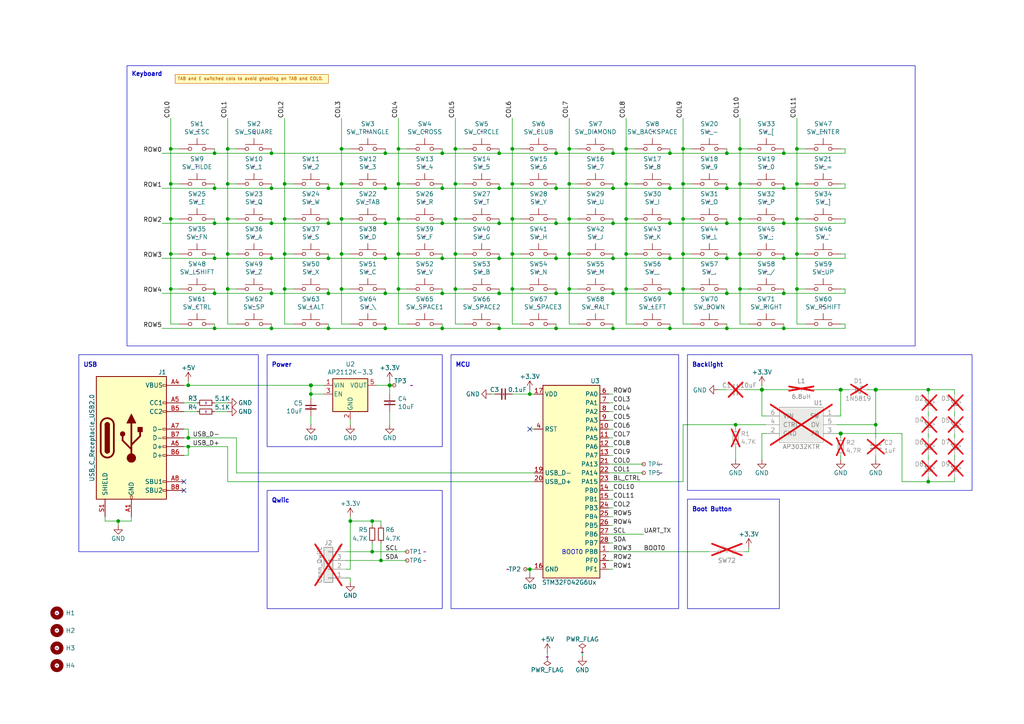
<source format=kicad_sch>
(kicad_sch (version 20250114) (generator "eeschema") (generator_version "9.0")
  (paper "A4")
  (lib_symbols
    (symbol "+3.3V_1" (power) (pin_numbers (hide yes)) (pin_names (offset 0) (hide yes))
      (property "Reference" "#PWR" (at 0 -3.81 0))
      (property "Value" "+3.3V" (at 0 3.556 0))
      (property "Description" "Power symbol creates a global label with name \"+3.3V\"" (at 0 0 0))
      (symbol "+3.3V_1_1_1"
        (pin power_in line (at 0 0 90) (length 0) (name "+3V3") (number "1"))
      )
    )
    (symbol "+3.3V_2" (power) (pin_numbers (hide yes)) (pin_names (offset 0) (hide yes))
      (property "Reference" "#PWR" (at 0 -3.81 0))
      (property "Value" "+3.3V" (at 0 3.556 0))
      (property "Description" "Power symbol creates a global label with name \"+3.3V\"" (at 0 0 0))
      (symbol "+3.3V_2_1_1"
        (pin power_in line (at 0 0 90) (length 0) (name "+3V3") (number "1"))
      )
    )
    (symbol "C_Small_1" (pin_numbers (hide yes)) (pin_names (hide yes))
      (property "Reference" "C" (at 0.254 1.778 0))
      (property "Value" "C_Small" (at 0.254 -2.032 0))
      (property "Datasheet" "~" (at 0 0 0))
      (property "Description" "Unpolarized capacitor, small symbol" (at 0 0 0))
      (symbol "C_Small_1_1_1"
        (pin passive line (at 0 2.54 270) (length 2.032) (name "~") (number "1"))
        (pin passive line (at 0 -2.54 90) (length 2.032) (name "~") (number "2"))
      )
    )
    (symbol "C_Small_2" (pin_numbers (hide yes))
      (property "Reference" "C" (at 0.254 1.778 0))
      (property "Value" "C_Small" (at 0.254 -2.032 0))
      (property "Datasheet" "~" (at 0 0 0))
      (property "Description" "Unpolarized capacitor, small symbol" (at 0 0 0))
      (symbol "C_Small_2_1_1"
        (pin passive line (at 0 2.54 270) (length 2.032) (name "~") (number "1"))
        (pin passive line (at 0 -2.54 90) (length 2.032) (name "~") (number "2"))
      )
    )
    (symbol "C_Small_3" (pin_numbers (hide yes)) (pin_names (hide yes))
      (property "Reference" "C" (at 0.254 1.778 0))
      (property "Value" "C_Small" (at 0.254 -2.032 0))
      (property "Datasheet" "~" (at 0 0 0))
      (property "Description" "Unpolarized capacitor, small symbol" (at 0 0 0))
      (symbol "C_Small_3_1_1"
        (pin passive line (at 0 2.54 270) (length 2.032) (name "~") (number "1"))
        (pin passive line (at 0 -2.54 90) (length 2.032) (name "~") (number "2"))
      )
    )
    (symbol "C_Small_4" (pin_numbers (hide yes)) (pin_names (hide yes))
      (property "Reference" "C" (at 0.254 1.778 0))
      (property "Value" "C_Small" (at 0.254 -2.032 0))
      (property "Datasheet" "~" (at 0 0 0))
      (property "Description" "Unpolarized capacitor, small symbol" (at 0 0 0))
      (symbol "C_Small_4_1_1"
        (pin passive line (at 0 2.54 270) (length 2.032) (name "~") (number "1"))
        (pin passive line (at 0 -2.54 90) (length 2.032) (name "~") (number "2"))
      )
    )
    (symbol "Connector:USB_C_Receptacle_USB2.0_16P" (pin_names (offset 1.016))
      (property "Reference" "J" (at 0 22.225 0))
      (property "Value" "USB_C_Receptacle_USB2.0_16P" (at 0 19.685 0))
      (symbol "USB_C_Receptacle_USB2.0_16P_1_1"
        (pin passive line (at -7.62 -22.86 90) (length 5.08) (name "SHIELD") (number "S1"))
        (pin passive line (at 0 -22.86 90) (length 5.08) (name "GND") (number "A1"))
        (pin passive line (at 0 -22.86 90) (length 5.08) (hide yes) (name "GND") (number "A12"))
        (pin passive line (at 0 -22.86 90) (length 5.08) (hide yes) (name "GND") (number "B1"))
        (pin passive line (at 0 -22.86 90) (length 5.08) (hide yes) (name "GND") (number "B12"))
        (pin passive line (at 15.24 15.24 180) (length 5.08) (name "VBUS") (number "A4"))
        (pin passive line (at 15.24 15.24 180) (length 5.08) (hide yes) (name "VBUS") (number "A9"))
        (pin passive line (at 15.24 15.24 180) (length 5.08) (hide yes) (name "VBUS") (number "B4"))
        (pin passive line (at 15.24 15.24 180) (length 5.08) (hide yes) (name "VBUS") (number "B9"))
        (pin bidirectional line (at 15.24 10.16 180) (length 5.08) (name "CC1") (number "A5"))
        (pin bidirectional line (at 15.24 7.62 180) (length 5.08) (name "CC2") (number "B5"))
        (pin bidirectional line (at 15.24 2.54 180) (length 5.08) (name "D-") (number "A7"))
        (pin bidirectional line (at 15.24 0 180) (length 5.08) (name "D-") (number "B7"))
        (pin bidirectional line (at 15.24 -2.54 180) (length 5.08) (name "D+") (number "A6"))
        (pin bidirectional line (at 15.24 -5.08 180) (length 5.08) (name "D+") (number "B6"))
        (pin bidirectional line (at 15.24 -12.7 180) (length 5.08) (name "SBU1") (number "A8"))
        (pin bidirectional line (at 15.24 -15.24 180) (length 5.08) (name "SBU2") (number "B8"))
      )
    )
    (symbol "Connector_Generic:Conn_01x04" (pin_names (offset 1.016) (hide yes))
      (property "Reference" "J" (at 0 5.08 0))
      (property "Value" "Conn_01x04" (at 0 -7.62 0))
      (symbol "Conn_01x04_1_1"
        (pin passive line (at -5.08 2.54 0) (length 3.81) (name "Pin_1") (number "1"))
        (pin passive line (at -5.08 0 0) (length 3.81) (name "Pin_2") (number "2"))
        (pin passive line (at -5.08 -2.54 0) (length 3.81) (name "Pin_3") (number "3"))
        (pin passive line (at -5.08 -5.08 0) (length 3.81) (name "Pin_4") (number "4"))
      )
    )
    (symbol "Device:D_Schottky_Small" (pin_numbers (hide yes)) (pin_names (hide yes))
      (property "Reference" "D" (at -1.27 2.032 0))
      (property "Value" "D_Schottky_Small" (at -7.112 -2.032 0))
      (property "Datasheet" "~" (at 0 0 90))
      (property "Description" "Schottky diode, small symbol" (at 0 0 0))
      (symbol "D_Schottky_Small_1_1"
        (pin passive line (at -2.54 0 0) (length 1.778) (name "K") (number "1"))
        (pin passive line (at 2.54 0 180) (length 1.778) (name "A") (number "2"))
      )
    )
    (symbol "Device:L" (pin_numbers (hide yes)) (pin_names (hide yes))
      (property "Reference" "L" (at -1.27 0 90))
      (property "Value" "L" (at 1.905 0 90))
      (property "Datasheet" "~" (at 0 0 0))
      (property "Description" "Inductor" (at 0 0 0))
      (symbol "L_1_1"
        (pin passive line (at 0 3.81 270) (length 1.27) (name "1") (number "1"))
        (pin passive line (at 0 -3.81 90) (length 1.27) (name "2") (number "2"))
      )
    )
    (symbol "Device:R_Small" (pin_numbers (hide yes)) (pin_names (offset 0.254) (hide yes))
      (property "Reference" "R" (at 0.762 0.508 0))
      (property "Value" "R_Small" (at 0.762 -1.016 0))
      (symbol "R_Small_1_1"
        (pin passive line (at 0 2.54 270) (length 0.762) (name "~") (number "1"))
        (pin passive line (at 0 -2.54 90) (length 0.762) (name "~") (number "2"))
      )
    )
    (symbol "Driver_LED_Extra:AP3032" (pin_names (offset 1.016))
      (property "Reference" "U" (at 6.35 6.35 0))
      (property "Value" "AP3032" (at 0 -6.35 0))
      (property "Footprint" "Package_TO_SOT_SMD:SOT-23-6" (at 0 0 0))
      (symbol "AP3032_1_1"
        (pin power_in line (at -10.16 2.54 0) (length 3.81) (name "VIN") (number "6"))
        (pin input line (at -10.16 0 0) (length 3.81) (name "CTRL") (number "4"))
        (pin power_in line (at -10.16 -2.54 0) (length 3.81) (name "GND") (number "2"))
        (pin power_out line (at 10.16 2.54 180) (length 3.81) (name "SW") (number "1"))
        (pin input line (at 10.16 0 180) (length 3.81) (name "OV") (number "5"))
        (pin output line (at 10.16 -2.54 180) (length 3.81) (name "FB") (number "3"))
      )
    )
    (symbol "GND_1" (power) (pin_numbers (hide yes)) (pin_names (offset 0) (hide yes))
      (property "Reference" "#PWR" (at 0 -6.35 0))
      (property "Value" "GND" (at 0 -3.81 0))
      (property "Description" "Power symbol creates a global label with name \"GND\" , ground" (at 0 0 0))
      (symbol "GND_1_1_1"
        (pin power_in line (at 0 0 270) (length 0) (name "GND") (number "1"))
      )
    )
    (symbol "GND_10" (power) (pin_numbers (hide yes)) (pin_names (offset 0) (hide yes))
      (property "Reference" "#PWR" (at 0 -6.35 0))
      (property "Value" "GND" (at 0 -3.81 0))
      (property "Description" "Power symbol creates a global label with name \"GND\" , ground" (at 0 0 0))
      (symbol "GND_10_1_1"
        (pin power_in line (at 0 0 270) (length 0) (name "GND") (number "1"))
      )
    )
    (symbol "GND_11" (power) (pin_numbers (hide yes)) (pin_names (offset 0) (hide yes))
      (property "Reference" "#PWR" (at 0 -6.35 0))
      (property "Value" "GND" (at 0 -3.81 0))
      (property "Description" "Power symbol creates a global label with name \"GND\" , ground" (at 0 0 0))
      (symbol "GND_11_1_1"
        (pin power_in line (at 0 0 270) (length 0) (name "GND") (number "1"))
      )
    )
    (symbol "GND_12" (power) (pin_numbers (hide yes)) (pin_names (offset 0) (hide yes))
      (property "Reference" "#PWR" (at 0 -6.35 0))
      (property "Value" "GND" (at 0 -3.81 0))
      (property "Description" "Power symbol creates a global label with name \"GND\" , ground" (at 0 0 0))
      (symbol "GND_12_1_1"
        (pin power_in line (at 0 0 270) (length 0) (name "GND") (number "1"))
      )
    )
    (symbol "GND_13" (power) (pin_numbers (hide yes)) (pin_names (offset 0) (hide yes))
      (property "Reference" "#PWR" (at 0 -6.35 0))
      (property "Value" "GND" (at 0 -3.81 0))
      (property "Description" "Power symbol creates a global label with name \"GND\" , ground" (at 0 0 0))
      (symbol "GND_13_1_1"
        (pin power_in line (at 0 0 270) (length 0) (name "GND") (number "1"))
      )
    )
    (symbol "GND_2" (power) (pin_numbers (hide yes)) (pin_names (offset 0) (hide yes))
      (property "Reference" "#PWR" (at 0 -6.35 0))
      (property "Value" "GND" (at 0 -3.81 0))
      (property "Description" "Power symbol creates a global label with name \"GND\" , ground" (at 0 0 0))
      (symbol "GND_2_1_1"
        (pin power_in line (at 0 0 270) (length 0) (name "GND") (number "1"))
      )
    )
    (symbol "GND_3" (power) (pin_numbers (hide yes)) (pin_names (offset 0) (hide yes))
      (property "Reference" "#PWR" (at 0 -6.35 0))
      (property "Value" "GND" (at 0 -3.81 0))
      (property "Description" "Power symbol creates a global label with name \"GND\" , ground" (at 0 0 0))
      (symbol "GND_3_1_1"
        (pin power_in line (at 0 0 270) (length 0) (name "GND") (number "1"))
      )
    )
    (symbol "GND_4" (power) (pin_numbers (hide yes)) (pin_names (offset 0) (hide yes))
      (property "Reference" "#PWR" (at 0 -6.35 0))
      (property "Value" "GND" (at 0 -3.81 0))
      (property "Description" "Power symbol creates a global label with name \"GND\" , ground" (at 0 0 0))
      (symbol "GND_4_1_1"
        (pin power_in line (at 0 0 270) (length 0) (name "GND") (number "1"))
      )
    )
    (symbol "GND_5" (power) (pin_numbers (hide yes)) (pin_names (offset 0) (hide yes))
      (property "Reference" "#PWR" (at 0 -6.35 0))
      (property "Value" "GND" (at 0 -3.81 0))
      (property "Description" "Power symbol creates a global label with name \"GND\" , ground" (at 0 0 0))
      (symbol "GND_5_1_1"
        (pin power_in line (at 0 0 270) (length 0) (name "GND") (number "1"))
      )
    )
    (symbol "GND_6" (power) (pin_numbers (hide yes)) (pin_names (offset 0) (hide yes))
      (property "Reference" "#PWR" (at 0 -6.35 0))
      (property "Value" "GND" (at 0 -3.81 0))
      (property "Description" "Power symbol creates a global label with name \"GND\" , ground" (at 0 0 0))
      (symbol "GND_6_1_1"
        (pin power_in line (at 0 0 270) (length 0) (name "GND") (number "1"))
      )
    )
    (symbol "GND_7" (power) (pin_numbers (hide yes)) (pin_names (offset 0) (hide yes))
      (property "Reference" "#PWR" (at 0 -6.35 0))
      (property "Value" "GND" (at 0 -3.81 0))
      (property "Description" "Power symbol creates a global label with name \"GND\" , ground" (at 0 0 0))
      (symbol "GND_7_1_1"
        (pin power_in line (at 0 0 270) (length 0) (name "GND") (number "1"))
      )
    )
    (symbol "GND_8" (power) (pin_numbers (hide yes)) (pin_names (offset 0) (hide yes))
      (property "Reference" "#PWR" (at 0 -6.35 0))
      (property "Value" "GND" (at 0 -3.81 0))
      (property "Description" "Power symbol creates a global label with name \"GND\" , ground" (at 0 0 0))
      (symbol "GND_8_1_1"
        (pin power_in line (at 0 0 270) (length 0) (name "GND") (number "1"))
      )
    )
    (symbol "GND_9" (power) (pin_numbers (hide yes)) (pin_names (offset 0) (hide yes))
      (property "Reference" "#PWR" (at 0 -6.35 0))
      (property "Value" "GND" (at 0 -3.81 0))
      (property "Description" "Power symbol creates a global label with name \"GND\" , ground" (at 0 0 0))
      (symbol "GND_9_1_1"
        (pin power_in line (at 0 0 270) (length 0) (name "GND") (number "1"))
      )
    )
    (symbol "LED_Small_1" (pin_numbers (hide yes)) (pin_names (hide yes))
      (property "Reference" "D" (at -1.27 3.175 0))
      (property "Value" "LED_Small" (at -4.445 -2.54 0))
      (property "Datasheet" "~" (at 0 0 90))
      (property "Description" "Light emitting diode, small symbol" (at 0 0 0))
      (symbol "LED_Small_1_1_1"
        (pin passive line (at -2.54 0 0) (length 1.778) (name "K") (number "1"))
        (pin passive line (at 2.54 0 180) (length 1.778) (name "A") (number "2"))
      )
    )
    (symbol "LED_Small_2" (pin_numbers (hide yes)) (pin_names (hide yes))
      (property "Reference" "D" (at -1.27 3.175 0))
      (property "Value" "LED_Small" (at -4.445 -2.54 0))
      (property "Datasheet" "~" (at 0 0 90))
      (property "Description" "Light emitting diode, small symbol" (at 0 0 0))
      (symbol "LED_Small_2_1_1"
        (pin passive line (at -2.54 0 0) (length 1.778) (name "K") (number "1"))
        (pin passive line (at 2.54 0 180) (length 1.778) (name "A") (number "2"))
      )
    )
    (symbol "LED_Small_3" (pin_numbers (hide yes)) (pin_names (hide yes))
      (property "Reference" "D" (at -1.27 3.175 0))
      (property "Value" "LED_Small" (at -4.445 -2.54 0))
      (property "Datasheet" "~" (at 0 0 90))
      (property "Description" "Light emitting diode, small symbol" (at 0 0 0))
      (symbol "LED_Small_3_1_1"
        (pin passive line (at -2.54 0 0) (length 1.778) (name "K") (number "1"))
        (pin passive line (at 2.54 0 180) (length 1.778) (name "A") (number "2"))
      )
    )
    (symbol "LED_Small_4" (pin_numbers (hide yes)) (pin_names (hide yes))
      (property "Reference" "D" (at -1.27 3.175 0))
      (property "Value" "LED_Small" (at -4.445 -2.54 0))
      (property "Datasheet" "~" (at 0 0 90))
      (property "Description" "Light emitting diode, small symbol" (at 0 0 0))
      (symbol "LED_Small_4_1_1"
        (pin passive line (at -2.54 0 0) (length 1.778) (name "K") (number "1"))
        (pin passive line (at 2.54 0 180) (length 1.778) (name "A") (number "2"))
      )
    )
    (symbol "LED_Small_5" (pin_numbers (hide yes)) (pin_names (hide yes))
      (property "Reference" "D" (at -1.27 3.175 0))
      (property "Value" "LED_Small" (at -4.445 -2.54 0))
      (property "Datasheet" "~" (at 0 0 90))
      (property "Description" "Light emitting diode, small symbol" (at 0 0 0))
      (symbol "LED_Small_5_1_1"
        (pin passive line (at -2.54 0 0) (length 1.778) (name "K") (number "1"))
        (pin passive line (at 2.54 0 180) (length 1.778) (name "A") (number "2"))
      )
    )
    (symbol "LED_Small_6" (pin_numbers (hide yes)) (pin_names (hide yes))
      (property "Reference" "D" (at -1.27 3.175 0))
      (property "Value" "LED_Small" (at -4.445 -2.54 0))
      (property "Datasheet" "~" (at 0 0 90))
      (property "Description" "Light emitting diode, small symbol" (at 0 0 0))
      (symbol "LED_Small_6_1_1"
        (pin passive line (at -2.54 0 0) (length 1.778) (name "K") (number "1"))
        (pin passive line (at 2.54 0 180) (length 1.778) (name "A") (number "2"))
      )
    )
    (symbol "LED_Small_7" (pin_numbers (hide yes)) (pin_names (hide yes))
      (property "Reference" "D" (at -1.27 3.175 0))
      (property "Value" "LED_Small" (at -4.445 -2.54 0))
      (property "Datasheet" "~" (at 0 0 90))
      (property "Description" "Light emitting diode, small symbol" (at 0 0 0))
      (symbol "LED_Small_7_1_1"
        (pin passive line (at -2.54 0 0) (length 1.778) (name "K") (number "1"))
        (pin passive line (at 2.54 0 180) (length 1.778) (name "A") (number "2"))
      )
    )
    (symbol "MCU_STM_Extra:STM32F042G6Ux"
      (property "Reference" "U" (at 8.89 29.21 0))
      (property "Value" "STM32F042G6Ux" (at 0 -29.21 0))
      (symbol "STM32F042G6Ux_1_1"
        (pin power_in line (at -10.16 25.4 0) (length 2.54) (name "VDD") (number "17"))
        (pin passive line (at -10.16 25.4 0) (length 2.54) (hide yes) (name "VDDIO2") (number "18"))
        (pin passive line (at -10.16 25.4 0) (length 2.54) (hide yes) (name "VDDA") (number "5"))
        (pin input line (at -10.16 15.24 0) (length 2.54) (name "RST") (number "4"))
        (pin bidirectional line (at -10.16 2.54 0) (length 2.54) (name "PA9/PA11") (number "19") (alternate "USB_D-" bidirectional line))
        (pin bidirectional line (at -10.16 0 0) (length 2.54) (name "PA10/PA12") (number "20") (alternate "USB_D+" bidirectional line))
        (pin power_in line (at -10.16 -25.4 0) (length 2.54) (name "GND") (number "16"))
        (pin bidirectional line (at 11.43 25.4 180) (length 2.54) (name "PA0") (number "6"))
        (pin bidirectional line (at 11.43 22.86 180) (length 2.54) (name "PA1") (number "7"))
        (pin bidirectional line (at 11.43 20.32 180) (length 2.54) (name "PA2") (number "8"))
        (pin bidirectional line (at 11.43 17.78 180) (length 2.54) (name "PA3") (number "9"))
        (pin bidirectional line (at 11.43 15.24 180) (length 2.54) (name "PA4") (number "10"))
        (pin bidirectional line (at 11.43 12.7 180) (length 2.54) (name "PA5") (number "11"))
        (pin bidirectional line (at 11.43 10.16 180) (length 2.54) (name "PA6") (number "12"))
        (pin bidirectional line (at 11.43 7.62 180) (length 2.54) (name "PA7") (number "13"))
        (pin bidirectional line (at 11.43 5.08 180) (length 2.54) (name "PA13") (number "21"))
        (pin bidirectional line (at 11.43 2.54 180) (length 2.54) (name "PA14") (number "22"))
        (pin bidirectional line (at 11.43 0 180) (length 2.54) (name "PA15") (number "23"))
        (pin bidirectional line (at 11.43 -2.54 180) (length 2.54) (name "PB0") (number "14"))
        (pin bidirectional line (at 11.43 -5.08 180) (length 2.54) (name "PB1") (number "15"))
        (pin bidirectional line (at 11.43 -7.62 180) (length 2.54) (name "PB3") (number "24"))
        (pin bidirectional line (at 11.43 -10.16 180) (length 2.54) (name "PB4") (number "25"))
        (pin bidirectional line (at 11.43 -12.7 180) (length 2.54) (name "PB5") (number "26"))
        (pin bidirectional line (at 11.43 -15.24 180) (length 2.54) (name "PB6") (number "27"))
        (pin bidirectional line (at 11.43 -17.78 180) (length 2.54) (name "PB7") (number "28"))
        (pin bidirectional line (at 11.43 -20.32 180) (length 2.54) (name "PB8") (number "1"))
        (pin bidirectional line (at 11.43 -22.86 180) (length 2.54) (name "PF0") (number "2"))
        (pin bidirectional line (at 11.43 -25.4 180) (length 2.54) (name "PF1") (number "3"))
      )
    )
    (symbol "Mechanical:MountingHole" (pin_names (offset 1.016)) (exclude_from_sim yes) (in_bom no)
      (property "Reference" "H" (at 0 5.08 0))
      (property "Value" "MountingHole" (at 0 3.175 0))
    )
    (symbol "PWR_FLAG_1" (pin_numbers (hide yes)) (pin_names (hide yes))
      (property "Reference" "#FLG" (at 0 1.905 0))
      (property "Value" "PWR_FLAG" (at 0 3.81 0))
      (property "Datasheet" "~" (at 0 0 0))
      (property "Description" "Special symbol for telling ERC where power comes from" (at 0 0 0))
      (symbol "PWR_FLAG_1_0_0"
        (pin power_out line (at 0 0 90) (length 0) (name "~") (number "1"))
      )
    )
    (symbol "R_Small_1" (pin_numbers (hide yes)) (pin_names (hide yes))
      (property "Reference" "R" (at 0.762 0.508 0))
      (property "Value" "R_Small" (at 0.762 -1.016 0))
      (property "Datasheet" "~" (at 0 0 0))
      (property "Description" "Resistor, small symbol" (at 0 0 0))
      (symbol "R_Small_1_1_1"
        (pin passive line (at 0 2.54 270) (length 0.762) (name "~") (number "1"))
        (pin passive line (at 0 -2.54 90) (length 0.762) (name "~") (number "2"))
      )
    )
    (symbol "R_Small_2" (pin_numbers (hide yes))
      (property "Reference" "R" (at 0.762 0.508 0))
      (property "Value" "R_Small" (at 0.762 -1.016 0))
      (property "Datasheet" "~" (at 0 0 0))
      (property "Description" "Resistor, small symbol" (at 0 0 0))
      (symbol "R_Small_2_1_1"
        (pin passive line (at 0 2.54 270) (length 0.762) (name "~") (number "1"))
        (pin passive line (at 0 -2.54 90) (length 0.762) (name "~") (number "2"))
      )
    )
    (symbol "R_Small_3" (pin_numbers (hide yes)) (pin_names (hide yes))
      (property "Reference" "R" (at 0.762 0.508 0))
      (property "Value" "R_Small" (at 0.762 -1.016 0))
      (property "Datasheet" "~" (at 0 0 0))
      (property "Description" "Resistor, small symbol" (at 0 0 0))
      (symbol "R_Small_3_1_1"
        (pin passive line (at 0 2.54 270) (length 0.762) (name "~") (number "1"))
        (pin passive line (at 0 -2.54 90) (length 0.762) (name "~") (number "2"))
      )
    )
    (symbol "Regulator_Linear:AP2112K-3.3" (pin_names (offset 0.254))
      (property "Reference" "U" (at -5.08 5.715 0))
      (property "Value" "AP2112K-3.3" (at 0 5.715 0))
      (symbol "AP2112K-3.3_1_1"
        (pin power_in line (at -7.62 2.54 0) (length 2.54) (name "VIN") (number "1"))
        (pin input line (at -7.62 0 0) (length 2.54) (name "EN") (number "3"))
        (pin power_in line (at 0 -7.62 90) (length 2.54) (name "GND") (number "2"))
        (pin no_connect line (at 5.08 0 180) (length 2.54) (hide yes) (name "NC") (number "4"))
        (pin power_out line (at 7.62 2.54 180) (length 2.54) (name "VOUT") (number "5"))
      )
    )
    (symbol "SW_Push_1" (pin_numbers (hide yes)) (pin_names (hide yes))
      (property "Reference" "SW" (at 1.27 2.54 0))
      (property "Value" "SW_Push" (at 0 -1.524 0))
      (property "Datasheet" "~" (at 0 5.08 0))
      (property "Description" "Push button switch, generic, two pins" (at 0 0 0))
      (symbol "SW_Push_1_0_1"
        (pin passive line (at -5.08 0 0) (length 2.54) (name "1") (number "1"))
        (pin passive line (at 5.08 0 180) (length 2.54) (name "2") (number "2"))
      )
    )
    (symbol "SW_Push_10" (pin_numbers (hide yes)) (pin_names (hide yes))
      (property "Reference" "SW" (at 1.27 2.54 0))
      (property "Value" "SW_Push" (at 0 -1.524 0))
      (property "Datasheet" "~" (at 0 5.08 0))
      (property "Description" "Push button switch, generic, two pins" (at 0 0 0))
      (symbol "SW_Push_10_0_1"
        (pin passive line (at -5.08 0 0) (length 2.54) (name "1") (number "1"))
        (pin passive line (at 5.08 0 180) (length 2.54) (name "2") (number "2"))
      )
    )
    (symbol "SW_Push_11" (pin_numbers (hide yes)) (pin_names (hide yes))
      (property "Reference" "SW" (at 1.27 2.54 0))
      (property "Value" "SW_Push" (at 0 -1.524 0))
      (property "Datasheet" "~" (at 0 5.08 0))
      (property "Description" "Push button switch, generic, two pins" (at 0 0 0))
      (symbol "SW_Push_11_0_1"
        (pin passive line (at -5.08 0 0) (length 2.54) (name "1") (number "1"))
        (pin passive line (at 5.08 0 180) (length 2.54) (name "2") (number "2"))
      )
    )
    (symbol "SW_Push_12" (pin_numbers (hide yes)) (pin_names (hide yes))
      (property "Reference" "SW" (at 1.27 2.54 0))
      (property "Value" "SW_Push" (at 0 -1.524 0))
      (property "Datasheet" "~" (at 0 5.08 0))
      (property "Description" "Push button switch, generic, two pins" (at 0 0 0))
      (symbol "SW_Push_12_0_1"
        (pin passive line (at -5.08 0 0) (length 2.54) (name "1") (number "1"))
        (pin passive line (at 5.08 0 180) (length 2.54) (name "2") (number "2"))
      )
    )
    (symbol "SW_Push_13" (pin_numbers (hide yes)) (pin_names (hide yes))
      (property "Reference" "SW" (at 1.27 2.54 0))
      (property "Value" "SW_Push" (at 0 -1.524 0))
      (property "Datasheet" "~" (at 0 5.08 0))
      (property "Description" "Push button switch, generic, two pins" (at 0 0 0))
      (symbol "SW_Push_13_0_1"
        (pin passive line (at -5.08 0 0) (length 2.54) (name "1") (number "1"))
        (pin passive line (at 5.08 0 180) (length 2.54) (name "2") (number "2"))
      )
    )
    (symbol "SW_Push_14" (pin_numbers (hide yes)) (pin_names (hide yes))
      (property "Reference" "SW" (at 1.27 2.54 0))
      (property "Value" "SW_Push" (at 0 -1.524 0))
      (property "Datasheet" "~" (at 0 5.08 0))
      (property "Description" "Push button switch, generic, two pins" (at 0 0 0))
      (symbol "SW_Push_14_0_1"
        (pin passive line (at -5.08 0 0) (length 2.54) (name "1") (number "1"))
        (pin passive line (at 5.08 0 180) (length 2.54) (name "2") (number "2"))
      )
    )
    (symbol "SW_Push_15" (pin_numbers (hide yes)) (pin_names (hide yes))
      (property "Reference" "SW" (at 1.27 2.54 0))
      (property "Value" "SW_Push" (at 0 -1.524 0))
      (property "Datasheet" "~" (at 0 5.08 0))
      (property "Description" "Push button switch, generic, two pins" (at 0 0 0))
      (symbol "SW_Push_15_0_1"
        (pin passive line (at -5.08 0 0) (length 2.54) (name "1") (number "1"))
        (pin passive line (at 5.08 0 180) (length 2.54) (name "2") (number "2"))
      )
    )
    (symbol "SW_Push_16" (pin_numbers (hide yes)) (pin_names (hide yes))
      (property "Reference" "SW" (at 1.27 2.54 0))
      (property "Value" "SW_Push" (at 0 -1.524 0))
      (property "Datasheet" "~" (at 0 5.08 0))
      (property "Description" "Push button switch, generic, two pins" (at 0 0 0))
      (symbol "SW_Push_16_0_1"
        (pin passive line (at -5.08 0 0) (length 2.54) (name "1") (number "1"))
        (pin passive line (at 5.08 0 180) (length 2.54) (name "2") (number "2"))
      )
    )
    (symbol "SW_Push_17" (pin_numbers (hide yes)) (pin_names (hide yes))
      (property "Reference" "SW" (at 1.27 2.54 0))
      (property "Value" "SW_Push" (at 0 -1.524 0))
      (property "Datasheet" "~" (at 0 5.08 0))
      (property "Description" "Push button switch, generic, two pins" (at 0 0 0))
      (symbol "SW_Push_17_0_1"
        (pin passive line (at -5.08 0 0) (length 2.54) (name "1") (number "1"))
        (pin passive line (at 5.08 0 180) (length 2.54) (name "2") (number "2"))
      )
    )
    (symbol "SW_Push_18" (pin_numbers (hide yes)) (pin_names (hide yes))
      (property "Reference" "SW" (at 1.27 2.54 0))
      (property "Value" "SW_Push" (at 0 -1.524 0))
      (property "Datasheet" "~" (at 0 5.08 0))
      (property "Description" "Push button switch, generic, two pins" (at 0 0 0))
      (symbol "SW_Push_18_0_1"
        (pin passive line (at -5.08 0 0) (length 2.54) (name "1") (number "1"))
        (pin passive line (at 5.08 0 180) (length 2.54) (name "2") (number "2"))
      )
    )
    (symbol "SW_Push_19" (pin_numbers (hide yes)) (pin_names (hide yes))
      (property "Reference" "SW" (at 1.27 2.54 0))
      (property "Value" "SW_Push" (at 0 -1.524 0))
      (property "Datasheet" "~" (at 0 5.08 0))
      (property "Description" "Push button switch, generic, two pins" (at 0 0 0))
      (symbol "SW_Push_19_0_1"
        (pin passive line (at -5.08 0 0) (length 2.54) (name "1") (number "1"))
        (pin passive line (at 5.08 0 180) (length 2.54) (name "2") (number "2"))
      )
    )
    (symbol "SW_Push_2" (pin_numbers (hide yes)) (pin_names (hide yes))
      (property "Reference" "SW" (at 1.27 2.54 0))
      (property "Value" "SW_Push" (at 0 -1.524 0))
      (property "Datasheet" "~" (at 0 5.08 0))
      (property "Description" "Push button switch, generic, two pins" (at 0 0 0))
      (symbol "SW_Push_2_0_1"
        (pin passive line (at -5.08 0 0) (length 2.54) (name "1") (number "1"))
        (pin passive line (at 5.08 0 180) (length 2.54) (name "2") (number "2"))
      )
    )
    (symbol "SW_Push_20" (pin_numbers (hide yes)) (pin_names (hide yes))
      (property "Reference" "SW" (at 1.27 2.54 0))
      (property "Value" "SW_Push" (at 0 -1.524 0))
      (property "Datasheet" "~" (at 0 5.08 0))
      (property "Description" "Push button switch, generic, two pins" (at 0 0 0))
      (symbol "SW_Push_20_0_1"
        (pin passive line (at -5.08 0 0) (length 2.54) (name "1") (number "1"))
        (pin passive line (at 5.08 0 180) (length 2.54) (name "2") (number "2"))
      )
    )
    (symbol "SW_Push_21" (pin_numbers (hide yes)) (pin_names (hide yes))
      (property "Reference" "SW" (at 1.27 2.54 0))
      (property "Value" "SW_Push" (at 0 -1.524 0))
      (property "Datasheet" "~" (at 0 5.08 0))
      (property "Description" "Push button switch, generic, two pins" (at 0 0 0))
      (symbol "SW_Push_21_0_1"
        (pin passive line (at -5.08 0 0) (length 2.54) (name "1") (number "1"))
        (pin passive line (at 5.08 0 180) (length 2.54) (name "2") (number "2"))
      )
    )
    (symbol "SW_Push_22" (pin_numbers (hide yes)) (pin_names (hide yes))
      (property "Reference" "SW" (at 1.27 2.54 0))
      (property "Value" "SW_Push" (at 0 -1.524 0))
      (property "Datasheet" "~" (at 0 5.08 0))
      (property "Description" "Push button switch, generic, two pins" (at 0 0 0))
      (symbol "SW_Push_22_0_1"
        (pin passive line (at -5.08 0 0) (length 2.54) (name "1") (number "1"))
        (pin passive line (at 5.08 0 180) (length 2.54) (name "2") (number "2"))
      )
    )
    (symbol "SW_Push_23" (pin_numbers (hide yes)) (pin_names (hide yes))
      (property "Reference" "SW" (at 1.27 2.54 0))
      (property "Value" "SW_Push" (at 0 -1.524 0))
      (property "Datasheet" "~" (at 0 5.08 0))
      (property "Description" "Push button switch, generic, two pins" (at 0 0 0))
      (symbol "SW_Push_23_0_1"
        (pin passive line (at -5.08 0 0) (length 2.54) (name "1") (number "1"))
        (pin passive line (at 5.08 0 180) (length 2.54) (name "2") (number "2"))
      )
    )
    (symbol "SW_Push_24" (pin_numbers (hide yes)) (pin_names (hide yes))
      (property "Reference" "SW" (at 1.27 2.54 0))
      (property "Value" "SW_Push" (at 0 -1.524 0))
      (property "Datasheet" "~" (at 0 5.08 0))
      (property "Description" "Push button switch, generic, two pins" (at 0 0 0))
      (symbol "SW_Push_24_0_1"
        (pin passive line (at -5.08 0 0) (length 2.54) (name "1") (number "1"))
        (pin passive line (at 5.08 0 180) (length 2.54) (name "2") (number "2"))
      )
    )
    (symbol "SW_Push_25" (pin_numbers (hide yes)) (pin_names (hide yes))
      (property "Reference" "SW" (at 1.27 2.54 0))
      (property "Value" "SW_Push" (at 0 -1.524 0))
      (property "Datasheet" "~" (at 0 5.08 0))
      (property "Description" "Push button switch, generic, two pins" (at 0 0 0))
      (symbol "SW_Push_25_0_1"
        (pin passive line (at -5.08 0 0) (length 2.54) (name "1") (number "1"))
        (pin passive line (at 5.08 0 180) (length 2.54) (name "2") (number "2"))
      )
    )
    (symbol "SW_Push_26" (pin_numbers (hide yes)) (pin_names (hide yes))
      (property "Reference" "SW" (at 1.27 2.54 0))
      (property "Value" "SW_Push" (at 0 -1.524 0))
      (property "Datasheet" "~" (at 0 5.08 0))
      (property "Description" "Push button switch, generic, two pins" (at 0 0 0))
      (symbol "SW_Push_26_0_1"
        (pin passive line (at -5.08 0 0) (length 2.54) (name "1") (number "1"))
        (pin passive line (at 5.08 0 180) (length 2.54) (name "2") (number "2"))
      )
    )
    (symbol "SW_Push_27" (pin_numbers (hide yes)) (pin_names (hide yes))
      (property "Reference" "SW" (at 1.27 2.54 0))
      (property "Value" "SW_Push" (at 0 -1.524 0))
      (property "Datasheet" "~" (at 0 5.08 0))
      (property "Description" "Push button switch, generic, two pins" (at 0 0 0))
      (symbol "SW_Push_27_0_1"
        (pin passive line (at -5.08 0 0) (length 2.54) (name "1") (number "1"))
        (pin passive line (at 5.08 0 180) (length 2.54) (name "2") (number "2"))
      )
    )
    (symbol "SW_Push_28" (pin_numbers (hide yes)) (pin_names (hide yes))
      (property "Reference" "SW" (at 1.27 2.54 0))
      (property "Value" "SW_Push" (at 0 -1.524 0))
      (property "Datasheet" "~" (at 0 5.08 0))
      (property "Description" "Push button switch, generic, two pins" (at 0 0 0))
      (symbol "SW_Push_28_0_1"
        (pin passive line (at -5.08 0 0) (length 2.54) (name "1") (number "1"))
        (pin passive line (at 5.08 0 180) (length 2.54) (name "2") (number "2"))
      )
    )
    (symbol "SW_Push_29" (pin_numbers (hide yes)) (pin_names (hide yes))
      (property "Reference" "SW" (at 1.27 2.54 0))
      (property "Value" "SW_Push" (at 0 -1.524 0))
      (property "Datasheet" "~" (at 0 5.08 0))
      (property "Description" "Push button switch, generic, two pins" (at 0 0 0))
      (symbol "SW_Push_29_0_1"
        (pin passive line (at -5.08 0 0) (length 2.54) (name "1") (number "1"))
        (pin passive line (at 5.08 0 180) (length 2.54) (name "2") (number "2"))
      )
    )
    (symbol "SW_Push_3" (pin_numbers (hide yes)) (pin_names (hide yes))
      (property "Reference" "SW" (at 1.27 2.54 0))
      (property "Value" "SW_Push" (at 0 -1.524 0))
      (property "Datasheet" "~" (at 0 5.08 0))
      (property "Description" "Push button switch, generic, two pins" (at 0 0 0))
      (symbol "SW_Push_3_0_1"
        (pin passive line (at -5.08 0 0) (length 2.54) (name "1") (number "1"))
        (pin passive line (at 5.08 0 180) (length 2.54) (name "2") (number "2"))
      )
    )
    (symbol "SW_Push_30" (pin_numbers (hide yes)) (pin_names (hide yes))
      (property "Reference" "SW" (at 1.27 2.54 0))
      (property "Value" "SW_Push" (at 0 -1.524 0))
      (property "Datasheet" "~" (at 0 5.08 0))
      (property "Description" "Push button switch, generic, two pins" (at 0 0 0))
      (symbol "SW_Push_30_0_1"
        (pin passive line (at -5.08 0 0) (length 2.54) (name "1") (number "1"))
        (pin passive line (at 5.08 0 180) (length 2.54) (name "2") (number "2"))
      )
    )
    (symbol "SW_Push_31" (pin_numbers (hide yes)) (pin_names (hide yes))
      (property "Reference" "SW" (at 1.27 2.54 0))
      (property "Value" "SW_Push" (at 0 -1.524 0))
      (property "Datasheet" "~" (at 0 5.08 0))
      (property "Description" "Push button switch, generic, two pins" (at 0 0 0))
      (symbol "SW_Push_31_0_1"
        (pin passive line (at -5.08 0 0) (length 2.54) (name "1") (number "1"))
        (pin passive line (at 5.08 0 180) (length 2.54) (name "2") (number "2"))
      )
    )
    (symbol "SW_Push_32" (pin_numbers (hide yes)) (pin_names (hide yes))
      (property "Reference" "SW" (at 1.27 2.54 0))
      (property "Value" "SW_Push" (at 0 -1.524 0))
      (property "Datasheet" "~" (at 0 5.08 0))
      (property "Description" "Push button switch, generic, two pins" (at 0 0 0))
      (symbol "SW_Push_32_0_1"
        (pin passive line (at -5.08 0 0) (length 2.54) (name "1") (number "1"))
        (pin passive line (at 5.08 0 180) (length 2.54) (name "2") (number "2"))
      )
    )
    (symbol "SW_Push_33" (pin_numbers (hide yes)) (pin_names (hide yes))
      (property "Reference" "SW" (at 1.27 2.54 0))
      (property "Value" "SW_Push" (at 0 -1.524 0))
      (property "Datasheet" "~" (at 0 5.08 0))
      (property "Description" "Push button switch, generic, two pins" (at 0 0 0))
      (symbol "SW_Push_33_0_1"
        (pin passive line (at -5.08 0 0) (length 2.54) (name "1") (number "1"))
        (pin passive line (at 5.08 0 180) (length 2.54) (name "2") (number "2"))
      )
    )
    (symbol "SW_Push_34" (pin_numbers (hide yes)) (pin_names (hide yes))
      (property "Reference" "SW" (at 1.27 2.54 0))
      (property "Value" "SW_Push" (at 0 -1.524 0))
      (property "Datasheet" "~" (at 0 5.08 0))
      (property "Description" "Push button switch, generic, two pins" (at 0 0 0))
      (symbol "SW_Push_34_0_1"
        (pin passive line (at -5.08 0 0) (length 2.54) (name "1") (number "1"))
        (pin passive line (at 5.08 0 180) (length 2.54) (name "2") (number "2"))
      )
    )
    (symbol "SW_Push_35" (pin_numbers (hide yes)) (pin_names (hide yes))
      (property "Reference" "SW" (at 1.27 2.54 0))
      (property "Value" "SW_Push" (at 0 -1.524 0))
      (property "Datasheet" "~" (at 0 5.08 0))
      (property "Description" "Push button switch, generic, two pins" (at 0 0 0))
      (symbol "SW_Push_35_0_1"
        (pin passive line (at -5.08 0 0) (length 2.54) (name "1") (number "1"))
        (pin passive line (at 5.08 0 180) (length 2.54) (name "2") (number "2"))
      )
    )
    (symbol "SW_Push_36" (pin_numbers (hide yes)) (pin_names (hide yes))
      (property "Reference" "SW" (at 1.27 2.54 0))
      (property "Value" "SW_Push" (at 0 -1.524 0))
      (property "Datasheet" "~" (at 0 5.08 0))
      (property "Description" "Push button switch, generic, two pins" (at 0 0 0))
      (symbol "SW_Push_36_0_1"
        (pin passive line (at -5.08 0 0) (length 2.54) (name "1") (number "1"))
        (pin passive line (at 5.08 0 180) (length 2.54) (name "2") (number "2"))
      )
    )
    (symbol "SW_Push_37" (pin_numbers (hide yes)) (pin_names (hide yes))
      (property "Reference" "SW" (at 1.27 2.54 0))
      (property "Value" "SW_Push" (at 0 -1.524 0))
      (property "Datasheet" "~" (at 0 5.08 0))
      (property "Description" "Push button switch, generic, two pins" (at 0 0 0))
      (symbol "SW_Push_37_0_1"
        (pin passive line (at -5.08 0 0) (length 2.54) (name "1") (number "1"))
        (pin passive line (at 5.08 0 180) (length 2.54) (name "2") (number "2"))
      )
    )
    (symbol "SW_Push_38" (pin_numbers (hide yes)) (pin_names (hide yes))
      (property "Reference" "SW" (at 1.27 2.54 0))
      (property "Value" "SW_Push" (at 0 -1.524 0))
      (property "Datasheet" "~" (at 0 5.08 0))
      (property "Description" "Push button switch, generic, two pins" (at 0 0 0))
      (symbol "SW_Push_38_0_1"
        (pin passive line (at -5.08 0 0) (length 2.54) (name "1") (number "1"))
        (pin passive line (at 5.08 0 180) (length 2.54) (name "2") (number "2"))
      )
    )
    (symbol "SW_Push_39" (pin_numbers (hide yes)) (pin_names (hide yes))
      (property "Reference" "SW" (at 1.27 2.54 0))
      (property "Value" "SW_Push" (at 0 -1.524 0))
      (property "Datasheet" "~" (at 0 5.08 0))
      (property "Description" "Push button switch, generic, two pins" (at 0 0 0))
      (symbol "SW_Push_39_0_1"
        (pin passive line (at -5.08 0 0) (length 2.54) (name "1") (number "1"))
        (pin passive line (at 5.08 0 180) (length 2.54) (name "2") (number "2"))
      )
    )
    (symbol "SW_Push_4" (pin_numbers (hide yes)) (pin_names (hide yes))
      (property "Reference" "SW" (at 1.27 2.54 0))
      (property "Value" "SW_Push" (at 0 -1.524 0))
      (property "Datasheet" "~" (at 0 5.08 0))
      (property "Description" "Push button switch, generic, two pins" (at 0 0 0))
      (symbol "SW_Push_4_0_1"
        (pin passive line (at -5.08 0 0) (length 2.54) (name "1") (number "1"))
        (pin passive line (at 5.08 0 180) (length 2.54) (name "2") (number "2"))
      )
    )
    (symbol "SW_Push_40" (pin_numbers (hide yes)) (pin_names (hide yes))
      (property "Reference" "SW" (at 1.27 2.54 0))
      (property "Value" "SW_Push" (at 0 -1.524 0))
      (property "Datasheet" "~" (at 0 5.08 0))
      (property "Description" "Push button switch, generic, two pins" (at 0 0 0))
      (symbol "SW_Push_40_0_1"
        (pin passive line (at -5.08 0 0) (length 2.54) (name "1") (number "1"))
        (pin passive line (at 5.08 0 180) (length 2.54) (name "2") (number "2"))
      )
    )
    (symbol "SW_Push_41" (pin_numbers (hide yes)) (pin_names (hide yes))
      (property "Reference" "SW" (at 1.27 2.54 0))
      (property "Value" "SW_Push" (at 0 -1.524 0))
      (property "Datasheet" "~" (at 0 5.08 0))
      (property "Description" "Push button switch, generic, two pins" (at 0 0 0))
      (symbol "SW_Push_41_0_1"
        (pin passive line (at -5.08 0 0) (length 2.54) (name "1") (number "1"))
        (pin passive line (at 5.08 0 180) (length 2.54) (name "2") (number "2"))
      )
    )
    (symbol "SW_Push_42" (pin_numbers (hide yes)) (pin_names (hide yes))
      (property "Reference" "SW" (at 1.27 2.54 0))
      (property "Value" "SW_Push" (at 0 -1.524 0))
      (property "Datasheet" "~" (at 0 5.08 0))
      (property "Description" "Push button switch, generic, two pins" (at 0 0 0))
      (symbol "SW_Push_42_0_1"
        (pin passive line (at -5.08 0 0) (length 2.54) (name "1") (number "1"))
        (pin passive line (at 5.08 0 180) (length 2.54) (name "2") (number "2"))
      )
    )
    (symbol "SW_Push_43" (pin_numbers (hide yes)) (pin_names (hide yes))
      (property "Reference" "SW" (at 1.27 2.54 0))
      (property "Value" "SW_Push" (at 0 -1.524 0))
      (property "Datasheet" "~" (at 0 5.08 0))
      (property "Description" "Push button switch, generic, two pins" (at 0 0 0))
      (symbol "SW_Push_43_0_1"
        (pin passive line (at -5.08 0 0) (length 2.54) (name "1") (number "1"))
        (pin passive line (at 5.08 0 180) (length 2.54) (name "2") (number "2"))
      )
    )
    (symbol "SW_Push_44" (pin_numbers (hide yes)) (pin_names (hide yes))
      (property "Reference" "SW" (at 1.27 2.54 0))
      (property "Value" "SW_Push" (at 0 -1.524 0))
      (property "Datasheet" "~" (at 0 5.08 0))
      (property "Description" "Push button switch, generic, two pins" (at 0 0 0))
      (symbol "SW_Push_44_0_1"
        (pin passive line (at -5.08 0 0) (length 2.54) (name "1") (number "1"))
        (pin passive line (at 5.08 0 180) (length 2.54) (name "2") (number "2"))
      )
    )
    (symbol "SW_Push_45" (pin_numbers (hide yes)) (pin_names (hide yes))
      (property "Reference" "SW" (at 1.27 2.54 0))
      (property "Value" "SW_Push" (at 0 -1.524 0))
      (property "Datasheet" "~" (at 0 5.08 0))
      (property "Description" "Push button switch, generic, two pins" (at 0 0 0))
      (symbol "SW_Push_45_0_1"
        (pin passive line (at -5.08 0 0) (length 2.54) (name "1") (number "1"))
        (pin passive line (at 5.08 0 180) (length 2.54) (name "2") (number "2"))
      )
    )
    (symbol "SW_Push_46" (pin_numbers (hide yes)) (pin_names (hide yes))
      (property "Reference" "SW" (at 1.27 2.54 0))
      (property "Value" "SW_Push" (at 0 -1.524 0))
      (property "Datasheet" "~" (at 0 5.08 0))
      (property "Description" "Push button switch, generic, two pins" (at 0 0 0))
      (symbol "SW_Push_46_0_1"
        (pin passive line (at -5.08 0 0) (length 2.54) (name "1") (number "1"))
        (pin passive line (at 5.08 0 180) (length 2.54) (name "2") (number "2"))
      )
    )
    (symbol "SW_Push_47" (pin_numbers (hide yes)) (pin_names (hide yes))
      (property "Reference" "SW" (at 1.27 2.54 0))
      (property "Value" "SW_Push" (at 0 -1.524 0))
      (property "Datasheet" "~" (at 0 5.08 0))
      (property "Description" "Push button switch, generic, two pins" (at 0 0 0))
      (symbol "SW_Push_47_0_1"
        (pin passive line (at -5.08 0 0) (length 2.54) (name "1") (number "1"))
        (pin passive line (at 5.08 0 180) (length 2.54) (name "2") (number "2"))
      )
    )
    (symbol "SW_Push_48" (pin_numbers (hide yes)) (pin_names (hide yes))
      (property "Reference" "SW" (at 1.27 2.54 0))
      (property "Value" "SW_Push" (at 0 -1.524 0))
      (property "Datasheet" "~" (at 0 5.08 0))
      (property "Description" "Push button switch, generic, two pins" (at 0 0 0))
      (symbol "SW_Push_48_0_1"
        (pin passive line (at -5.08 0 0) (length 2.54) (name "1") (number "1"))
        (pin passive line (at 5.08 0 180) (length 2.54) (name "2") (number "2"))
      )
    )
    (symbol "SW_Push_49" (pin_numbers (hide yes)) (pin_names (hide yes))
      (property "Reference" "SW" (at 1.27 2.54 0))
      (property "Value" "SW_Push" (at 0 -1.524 0))
      (property "Datasheet" "~" (at 0 5.08 0))
      (property "Description" "Push button switch, generic, two pins" (at 0 0 0))
      (symbol "SW_Push_49_0_1"
        (pin passive line (at -5.08 0 0) (length 2.54) (name "1") (number "1"))
        (pin passive line (at 5.08 0 180) (length 2.54) (name "2") (number "2"))
      )
    )
    (symbol "SW_Push_5" (pin_numbers (hide yes)) (pin_names (hide yes))
      (property "Reference" "SW" (at 1.27 2.54 0))
      (property "Value" "SW_Push" (at 0 -1.524 0))
      (property "Datasheet" "~" (at 0 5.08 0))
      (property "Description" "Push button switch, generic, two pins" (at 0 0 0))
      (symbol "SW_Push_5_0_1"
        (pin passive line (at -5.08 0 0) (length 2.54) (name "1") (number "1"))
        (pin passive line (at 5.08 0 180) (length 2.54) (name "2") (number "2"))
      )
    )
    (symbol "SW_Push_50" (pin_numbers (hide yes)) (pin_names (hide yes))
      (property "Reference" "SW" (at 1.27 2.54 0))
      (property "Value" "SW_Push" (at 0 -1.524 0))
      (property "Datasheet" "~" (at 0 5.08 0))
      (property "Description" "Push button switch, generic, two pins" (at 0 0 0))
      (symbol "SW_Push_50_0_1"
        (pin passive line (at -5.08 0 0) (length 2.54) (name "1") (number "1"))
        (pin passive line (at 5.08 0 180) (length 2.54) (name "2") (number "2"))
      )
    )
    (symbol "SW_Push_51" (pin_numbers (hide yes)) (pin_names (hide yes))
      (property "Reference" "SW" (at 1.27 2.54 0))
      (property "Value" "SW_Push" (at 0 -1.524 0))
      (property "Datasheet" "~" (at 0 5.08 0))
      (property "Description" "Push button switch, generic, two pins" (at 0 0 0))
      (symbol "SW_Push_51_0_1"
        (pin passive line (at -5.08 0 0) (length 2.54) (name "1") (number "1"))
        (pin passive line (at 5.08 0 180) (length 2.54) (name "2") (number "2"))
      )
    )
    (symbol "SW_Push_52" (pin_numbers (hide yes)) (pin_names (hide yes))
      (property "Reference" "SW" (at 1.27 2.54 0))
      (property "Value" "SW_Push" (at 0 -1.524 0))
      (property "Datasheet" "~" (at 0 5.08 0))
      (property "Description" "Push button switch, generic, two pins" (at 0 0 0))
      (symbol "SW_Push_52_0_1"
        (pin passive line (at -5.08 0 0) (length 2.54) (name "1") (number "1"))
        (pin passive line (at 5.08 0 180) (length 2.54) (name "2") (number "2"))
      )
    )
    (symbol "SW_Push_53" (pin_numbers (hide yes)) (pin_names (hide yes))
      (property "Reference" "SW" (at 1.27 2.54 0))
      (property "Value" "SW_Push" (at 0 -1.524 0))
      (property "Datasheet" "~" (at 0 5.08 0))
      (property "Description" "Push button switch, generic, two pins" (at 0 0 0))
      (symbol "SW_Push_53_0_1"
        (pin passive line (at -5.08 0 0) (length 2.54) (name "1") (number "1"))
        (pin passive line (at 5.08 0 180) (length 2.54) (name "2") (number "2"))
      )
    )
    (symbol "SW_Push_54" (pin_numbers (hide yes)) (pin_names (hide yes))
      (property "Reference" "SW" (at 1.27 2.54 0))
      (property "Value" "SW_Push" (at 0 -1.524 0))
      (property "Datasheet" "~" (at 0 5.08 0))
      (property "Description" "Push button switch, generic, two pins" (at 0 0 0))
      (symbol "SW_Push_54_0_1"
        (pin passive line (at -5.08 0 0) (length 2.54) (name "1") (number "1"))
        (pin passive line (at 5.08 0 180) (length 2.54) (name "2") (number "2"))
      )
    )
    (symbol "SW_Push_55" (pin_numbers (hide yes)) (pin_names (hide yes))
      (property "Reference" "SW" (at 1.27 2.54 0))
      (property "Value" "SW_Push" (at 0 -1.524 0))
      (property "Datasheet" "~" (at 0 5.08 0))
      (property "Description" "Push button switch, generic, two pins" (at 0 0 0))
      (symbol "SW_Push_55_0_1"
        (pin passive line (at -5.08 0 0) (length 2.54) (name "1") (number "1"))
        (pin passive line (at 5.08 0 180) (length 2.54) (name "2") (number "2"))
      )
    )
    (symbol "SW_Push_56" (pin_numbers (hide yes)) (pin_names (hide yes))
      (property "Reference" "SW" (at 1.27 2.54 0))
      (property "Value" "SW_Push" (at 0 -1.524 0))
      (property "Datasheet" "~" (at 0 5.08 0))
      (property "Description" "Push button switch, generic, two pins" (at 0 0 0))
      (symbol "SW_Push_56_0_1"
        (pin passive line (at -5.08 0 0) (length 2.54) (name "1") (number "1"))
        (pin passive line (at 5.08 0 180) (length 2.54) (name "2") (number "2"))
      )
    )
    (symbol "SW_Push_57" (pin_numbers (hide yes)) (pin_names (hide yes))
      (property "Reference" "SW" (at 1.27 2.54 0))
      (property "Value" "SW_Push" (at 0 -1.524 0))
      (property "Datasheet" "~" (at 0 5.08 0))
      (property "Description" "Push button switch, generic, two pins" (at 0 0 0))
      (symbol "SW_Push_57_0_1"
        (pin passive line (at -5.08 0 0) (length 2.54) (name "1") (number "1"))
        (pin passive line (at 5.08 0 180) (length 2.54) (name "2") (number "2"))
      )
    )
    (symbol "SW_Push_58" (pin_numbers (hide yes)) (pin_names (hide yes))
      (property "Reference" "SW" (at 1.27 2.54 0))
      (property "Value" "SW_Push" (at 0 -1.524 0))
      (property "Datasheet" "~" (at 0 5.08 0))
      (property "Description" "Push button switch, generic, two pins" (at 0 0 0))
      (symbol "SW_Push_58_0_1"
        (pin passive line (at -5.08 0 0) (length 2.54) (name "1") (number "1"))
        (pin passive line (at 5.08 0 180) (length 2.54) (name "2") (number "2"))
      )
    )
    (symbol "SW_Push_59" (pin_numbers (hide yes)) (pin_names (hide yes))
      (property "Reference" "SW" (at 1.27 2.54 0))
      (property "Value" "SW_Push" (at 0 -1.524 0))
      (property "Datasheet" "~" (at 0 5.08 0))
      (property "Description" "Push button switch, generic, two pins" (at 0 0 0))
      (symbol "SW_Push_59_0_1"
        (pin passive line (at -5.08 0 0) (length 2.54) (name "1") (number "1"))
        (pin passive line (at 5.08 0 180) (length 2.54) (name "2") (number "2"))
      )
    )
    (symbol "SW_Push_6" (pin_numbers (hide yes)) (pin_names (hide yes))
      (property "Reference" "SW" (at 1.27 2.54 0))
      (property "Value" "SW_Push" (at 0 -1.524 0))
      (property "Datasheet" "~" (at 0 5.08 0))
      (property "Description" "Push button switch, generic, two pins" (at 0 0 0))
      (symbol "SW_Push_6_0_1"
        (pin passive line (at -5.08 0 0) (length 2.54) (name "1") (number "1"))
        (pin passive line (at 5.08 0 180) (length 2.54) (name "2") (number "2"))
      )
    )
    (symbol "SW_Push_60" (pin_numbers (hide yes)) (pin_names (hide yes))
      (property "Reference" "SW" (at 1.27 2.54 0))
      (property "Value" "SW_Push" (at 0 -1.524 0))
      (property "Datasheet" "~" (at 0 5.08 0))
      (property "Description" "Push button switch, generic, two pins" (at 0 0 0))
      (symbol "SW_Push_60_0_1"
        (pin passive line (at -5.08 0 0) (length 2.54) (name "1") (number "1"))
        (pin passive line (at 5.08 0 180) (length 2.54) (name "2") (number "2"))
      )
    )
    (symbol "SW_Push_61" (pin_numbers (hide yes)) (pin_names (hide yes))
      (property "Reference" "SW" (at 1.27 2.54 0))
      (property "Value" "SW_Push" (at 0 -1.524 0))
      (property "Datasheet" "~" (at 0 5.08 0))
      (property "Description" "Push button switch, generic, two pins" (at 0 0 0))
      (symbol "SW_Push_61_0_1"
        (pin passive line (at -5.08 0 0) (length 2.54) (name "1") (number "1"))
        (pin passive line (at 5.08 0 180) (length 2.54) (name "2") (number "2"))
      )
    )
    (symbol "SW_Push_62" (pin_numbers (hide yes)) (pin_names (hide yes))
      (property "Reference" "SW" (at 1.27 2.54 0))
      (property "Value" "SW_Push" (at 0 -1.524 0))
      (property "Datasheet" "~" (at 0 5.08 0))
      (property "Description" "Push button switch, generic, two pins" (at 0 0 0))
      (symbol "SW_Push_62_0_1"
        (pin passive line (at -5.08 0 0) (length 2.54) (name "1") (number "1"))
        (pin passive line (at 5.08 0 180) (length 2.54) (name "2") (number "2"))
      )
    )
    (symbol "SW_Push_63" (pin_numbers (hide yes)) (pin_names (hide yes))
      (property "Reference" "SW" (at 1.27 2.54 0))
      (property "Value" "SW_Push" (at 0 -1.524 0))
      (property "Datasheet" "~" (at 0 5.08 0))
      (property "Description" "Push button switch, generic, two pins" (at 0 0 0))
      (symbol "SW_Push_63_0_1"
        (pin passive line (at -5.08 0 0) (length 2.54) (name "1") (number "1"))
        (pin passive line (at 5.08 0 180) (length 2.54) (name "2") (number "2"))
      )
    )
    (symbol "SW_Push_64" (pin_numbers (hide yes)) (pin_names (hide yes))
      (property "Reference" "SW" (at 1.27 2.54 0))
      (property "Value" "SW_Push" (at 0 -1.524 0))
      (property "Datasheet" "~" (at 0 5.08 0))
      (property "Description" "Push button switch, generic, two pins" (at 0 0 0))
      (symbol "SW_Push_64_0_1"
        (pin passive line (at -5.08 0 0) (length 2.54) (name "1") (number "1"))
        (pin passive line (at 5.08 0 180) (length 2.54) (name "2") (number "2"))
      )
    )
    (symbol "SW_Push_65" (pin_numbers (hide yes)) (pin_names (hide yes))
      (property "Reference" "SW" (at 1.27 2.54 0))
      (property "Value" "SW_Push" (at 0 -1.524 0))
      (property "Datasheet" "~" (at 0 5.08 0))
      (property "Description" "Push button switch, generic, two pins" (at 0 0 0))
      (symbol "SW_Push_65_0_1"
        (pin passive line (at -5.08 0 0) (length 2.54) (name "1") (number "1"))
        (pin passive line (at 5.08 0 180) (length 2.54) (name "2") (number "2"))
      )
    )
    (symbol "SW_Push_66" (pin_numbers (hide yes)) (pin_names (hide yes))
      (property "Reference" "SW" (at 1.27 2.54 0))
      (property "Value" "SW_Push" (at 0 -1.524 0))
      (property "Datasheet" "~" (at 0 5.08 0))
      (property "Description" "Push button switch, generic, two pins" (at 0 0 0))
      (symbol "SW_Push_66_0_1"
        (pin passive line (at -5.08 0 0) (length 2.54) (name "1") (number "1"))
        (pin passive line (at 5.08 0 180) (length 2.54) (name "2") (number "2"))
      )
    )
    (symbol "SW_Push_67" (pin_numbers (hide yes)) (pin_names (hide yes))
      (property "Reference" "SW" (at 1.27 2.54 0))
      (property "Value" "SW_Push" (at 0 -1.524 0))
      (property "Datasheet" "~" (at 0 5.08 0))
      (property "Description" "Push button switch, generic, two pins" (at 0 0 0))
      (symbol "SW_Push_67_0_1"
        (pin passive line (at -5.08 0 0) (length 2.54) (name "1") (number "1"))
        (pin passive line (at 5.08 0 180) (length 2.54) (name "2") (number "2"))
      )
    )
    (symbol "SW_Push_68" (pin_numbers (hide yes)) (pin_names (hide yes))
      (property "Reference" "SW" (at 1.27 2.54 0))
      (property "Value" "SW_Push" (at 0 -1.524 0))
      (property "Datasheet" "~" (at 0 5.08 0))
      (property "Description" "Push button switch, generic, two pins" (at 0 0 0))
      (symbol "SW_Push_68_0_1"
        (pin passive line (at -5.08 0 0) (length 2.54) (name "1") (number "1"))
        (pin passive line (at 5.08 0 180) (length 2.54) (name "2") (number "2"))
      )
    )
    (symbol "SW_Push_69" (pin_numbers (hide yes)) (pin_names (hide yes))
      (property "Reference" "SW" (at 1.27 2.54 0))
      (property "Value" "SW_Push" (at 0 -1.524 0))
      (property "Datasheet" "~" (at 0 5.08 0))
      (property "Description" "Push button switch, generic, two pins" (at 0 0 0))
      (symbol "SW_Push_69_0_1"
        (pin passive line (at -5.08 0 0) (length 2.54) (name "1") (number "1"))
        (pin passive line (at 5.08 0 180) (length 2.54) (name "2") (number "2"))
      )
    )
    (symbol "SW_Push_7" (pin_numbers (hide yes)) (pin_names (hide yes))
      (property "Reference" "SW" (at 1.27 2.54 0))
      (property "Value" "SW_Push" (at 0 -1.524 0))
      (property "Datasheet" "~" (at 0 5.08 0))
      (property "Description" "Push button switch, generic, two pins" (at 0 0 0))
      (symbol "SW_Push_7_0_1"
        (pin passive line (at -5.08 0 0) (length 2.54) (name "1") (number "1"))
        (pin passive line (at 5.08 0 180) (length 2.54) (name "2") (number "2"))
      )
    )
    (symbol "SW_Push_70" (pin_numbers (hide yes)) (pin_names (hide yes))
      (property "Reference" "SW" (at 1.27 2.54 0))
      (property "Value" "SW_Push" (at 0 -1.524 0))
      (property "Datasheet" "~" (at 0 5.08 0))
      (property "Description" "Push button switch, generic, two pins" (at 0 0 0))
      (symbol "SW_Push_70_0_1"
        (pin passive line (at -5.08 0 0) (length 2.54) (name "1") (number "1"))
        (pin passive line (at 5.08 0 180) (length 2.54) (name "2") (number "2"))
      )
    )
    (symbol "SW_Push_8" (pin_numbers (hide yes)) (pin_names (hide yes))
      (property "Reference" "SW" (at 1.27 2.54 0))
      (property "Value" "SW_Push" (at 0 -1.524 0))
      (property "Datasheet" "~" (at 0 5.08 0))
      (property "Description" "Push button switch, generic, two pins" (at 0 0 0))
      (symbol "SW_Push_8_0_1"
        (pin passive line (at -5.08 0 0) (length 2.54) (name "1") (number "1"))
        (pin passive line (at 5.08 0 180) (length 2.54) (name "2") (number "2"))
      )
    )
    (symbol "SW_Push_9" (pin_numbers (hide yes)) (pin_names (hide yes))
      (property "Reference" "SW" (at 1.27 2.54 0))
      (property "Value" "SW_Push" (at 0 -1.524 0))
      (property "Datasheet" "~" (at 0 5.08 0))
      (property "Description" "Push button switch, generic, two pins" (at 0 0 0))
      (symbol "SW_Push_9_0_1"
        (pin passive line (at -5.08 0 0) (length 2.54) (name "1") (number "1"))
        (pin passive line (at 5.08 0 180) (length 2.54) (name "2") (number "2"))
      )
    )
    (symbol "Switch:SW_SPST" (pin_numbers (hide yes)) (pin_names (offset 0) (hide yes))
      (property "Reference" "SW" (at 0 3.175 0))
      (property "Value" "SW_SPST" (at 0 -2.54 0))
      (property "Datasheet" "~" (at 0 0 0))
      (property "Description" "Single Pole Single Throw (SPST) switch" (at 0 0 0))
      (symbol "SW_SPST_1_1"
        (pin passive line (at -5.08 0 0) (length 2.54) (name "A") (number "1"))
        (pin passive line (at 5.08 0 180) (length 2.54) (name "B") (number "2"))
      )
    )
    (symbol "TestPoint_Small_1" (pin_numbers (hide yes)) (pin_names (hide yes))
      (property "Reference" "TP" (at 0 3.81 0))
      (property "Value" "TestPoint_Small" (at 0 2.032 0))
      (property "Datasheet" "~" (at 5.08 0 0))
      (property "Description" "test point" (at 0 0 0))
      (symbol "TestPoint_Small_1_1_1"
        (pin passive line (at 0 0 90) (length 0) (name "1") (number "1"))
      )
    )
    (symbol "TestPoint_Small_2" (pin_numbers (hide yes)) (pin_names (hide yes))
      (property "Reference" "TP" (at 0 3.81 0))
      (property "Value" "TestPoint_Small" (at 0 2.032 0))
      (property "Datasheet" "~" (at 5.08 0 0))
      (property "Description" "test point" (at 0 0 0))
      (symbol "TestPoint_Small_2_1_1"
        (pin passive line (at 0 0 90) (length 0) (name "1") (number "1"))
      )
    )
    (symbol "TestPoint_Small_3" (pin_numbers (hide yes)) (pin_names (hide yes))
      (property "Reference" "TP" (at 0 3.81 0))
      (property "Value" "TestPoint_Small" (at 0 2.032 0))
      (property "Datasheet" "~" (at 5.08 0 0))
      (property "Description" "test point" (at 0 0 0))
      (symbol "TestPoint_Small_3_1_1"
        (pin passive line (at 0 0 90) (length 0) (name "1") (number "1"))
      )
    )
    (symbol "TestPoint_Small_4" (pin_numbers (hide yes)) (pin_names (hide yes))
      (property "Reference" "TP" (at 0 3.81 0))
      (property "Value" "TestPoint_Small" (at 0 2.032 0))
      (property "Datasheet" "~" (at 5.08 0 0))
      (property "Description" "test point" (at 0 0 0))
      (symbol "TestPoint_Small_4_1_1"
        (pin passive line (at 0 0 90) (length 0) (name "1") (number "1"))
      )
    )
    (symbol "power:+3.3V" (power) (pin_numbers (hide yes)) (pin_names (offset 0) (hide yes))
      (property "Reference" "#PWR" (at 0 -3.81 0))
      (property "Value" "+3.3V" (at 0 3.556 0))
      (property "Description" "Power symbol creates a global label with name \"+3.3V\"" (at 0 0 0))
      (symbol "+3.3V_1_1"
        (pin power_in line (at 0 0 90) (length 0) (name "+3V3") (number "1"))
      )
    )
    (symbol "power:+5V" (power) (pin_numbers (hide yes)) (pin_names (offset 0) (hide yes))
      (property "Value" "+5V" (at 0 3.556 0))
      (symbol "+5V_1_1"
        (pin power_in line (at 0 0 90) (length 0) (name "~") (number "1"))
      )
    )
    (symbol "power:GND" (power) (pin_names (offset 0))
      (property "Value" "GND" (at 0 -3.81 0))
      (symbol "GND_1_1"
        (pin power_in line (at 0 0 270) (length 0) (hide yes) (name "GND") (number "1"))
      )
    )
  )
  (rectangle (start 77.47 142.24) (end 128.27 176.53))
  (rectangle (start 77.47 102.87) (end 128.27 129.54))
  (rectangle (start 130.81 102.87) (end 196.85 176.53))
  (rectangle (start 36.83 19.05) (end 265.43 100.33))
  (rectangle (start 22.86 102.87) (end 74.93 160.02))
  (rectangle (start 199.39 102.87) (end 281.94 142.24))
  (rectangle (start 199.39 144.78) (end 226.06 176.53))
  (text "Keyboard" (at 38.1 21.59 0) (effects (font (size 1.27 1.27) (thickness 0.254) (bold yes)) (justify left)))
  (text "Boot Button" (at 200.66 148.59 0) (effects (font (size 1.27 1.27) (thickness 0.254) (bold yes)) (justify left bottom)))
  (text "USB" (at 24.13 106.68 0) (effects (font (size 1.27 1.27) (thickness 0.254) (bold yes)) (justify left bottom)))
  (text "Backlight" (at 200.66 106.68 0) (effects (font (size 1.27 1.27) (thickness 0.254) (bold yes)) (justify left bottom)))
  (text "Qwiic" (at 78.74 146.05 0) (effects (font (size 1.27 1.27) (thickness 0.254) (bold yes)) (justify left bottom)))
  (text "BOOT0" (at 169.164 161.036 0) (effects (font (size 1.27 1.27)) (justify right bottom)))
  (text "MCU\n" (at 132.08 106.68 0) (effects (font (size 1.27 1.27) (thickness 0.254) (bold yes)) (justify left bottom)))
  (text "Power" (at 78.74 106.68 0) (effects (font (size 1.27 1.27) (thickness 0.254) (bold yes)) (justify left bottom)))
  (text_box "TAB and E switched cols to avoid ghosting on TAB and COL0." (at 50.8 21.59 0) (size 44.45 2.54) (margins 0.6668 0.6668 0.6668 0.6668) (stroke (width 0) (color 204 102 0 1)) (fill (type color) (color 255 255 194 1)) (effects (font (size 0.889 0.889)) (justify left top)))
  (junction (at 210.82 64.77))
  (junction (at 161.29 85.09))
  (junction (at 198.12 63.5))
  (junction (at 49.53 83.82))
  (junction (at 148.59 53.34))
  (junction (at 66.04 43.18))
  (junction (at 227.33 54.61))
  (junction (at 220.98 113.03) (diameter 1.016))
  (junction (at 214.63 43.18))
  (junction (at 269.24 113.03))
  (junction (at 148.59 63.5))
  (junction (at 132.08 53.34))
  (junction (at 153.67 114.3))
  (junction (at 110.49 162.56))
  (junction (at 78.74 54.61))
  (junction (at 132.08 83.82))
  (junction (at 128.27 74.93))
  (junction (at 144.78 95.25))
  (junction (at 99.06 53.34))
  (junction (at 161.29 54.61))
  (junction (at 214.63 73.66))
  (junction (at 107.95 151.13))
  (junction (at 95.25 95.25))
  (junction (at 181.61 73.66))
  (junction (at 210.82 54.61))
  (junction (at 111.76 54.61))
  (junction (at 62.23 64.77))
  (junction (at 78.74 64.77))
  (junction (at 115.57 83.82))
  (junction (at 214.63 83.82))
  (junction (at 34.29 151.13))
  (junction (at 128.27 44.45))
  (junction (at 62.23 85.09))
  (junction (at 111.76 85.09))
  (junction (at 243.84 125.73) (diameter 1.016))
  (junction (at 181.61 53.34))
  (junction (at 227.33 85.09))
  (junction (at 254 123.19))
  (junction (at 49.53 53.34))
  (junction (at 66.04 83.82))
  (junction (at 62.23 74.93))
  (junction (at 78.74 74.93))
  (junction (at 128.27 95.25))
  (junction (at 95.25 54.61))
  (junction (at 107.95 160.02))
  (junction (at 95.25 74.93))
  (junction (at 214.63 53.34))
  (junction (at 214.63 63.5))
  (junction (at 165.1 63.5))
  (junction (at 144.78 54.61))
  (junction (at 165.1 43.18))
  (junction (at 194.31 64.77))
  (junction (at 198.12 73.66))
  (junction (at 231.14 53.34))
  (junction (at 82.55 63.5))
  (junction (at 101.6 151.13))
  (junction (at 115.57 43.18))
  (junction (at 144.78 44.45))
  (junction (at 111.76 74.93))
  (junction (at 66.04 63.5))
  (junction (at 198.12 43.18))
  (junction (at 194.31 54.61))
  (junction (at 177.8 64.77))
  (junction (at 115.57 53.34))
  (junction (at 227.33 64.77))
  (junction (at 62.23 54.61))
  (junction (at 198.12 83.82))
  (junction (at 198.12 53.34))
  (junction (at 144.78 85.09))
  (junction (at 78.74 95.25))
  (junction (at 90.17 114.3))
  (junction (at 132.08 63.5))
  (junction (at 78.74 85.09))
  (junction (at 227.33 74.93))
  (junction (at 194.31 44.45))
  (junction (at 66.04 53.34))
  (junction (at 132.08 73.66))
  (junction (at 194.31 85.09))
  (junction (at 54.61 129.54))
  (junction (at 49.53 43.18))
  (junction (at 210.82 44.45))
  (junction (at 210.82 74.93))
  (junction (at 144.78 64.77))
  (junction (at 231.14 83.82))
  (junction (at 177.8 74.93))
  (junction (at 177.8 54.61))
  (junction (at 210.82 95.25))
  (junction (at 148.59 83.82))
  (junction (at 132.08 43.18))
  (junction (at 144.78 74.93))
  (junction (at 49.53 63.5))
  (junction (at 95.25 64.77))
  (junction (at 90.17 111.76) (diameter 1.016))
  (junction (at 99.06 83.82))
  (junction (at 181.61 43.18))
  (junction (at 148.59 73.66))
  (junction (at 99.06 63.5))
  (junction (at 161.29 74.93))
  (junction (at 54.61 127))
  (junction (at 95.25 85.09))
  (junction (at 227.33 44.45))
  (junction (at 82.55 53.34))
  (junction (at 111.76 44.45))
  (junction (at 78.74 44.45))
  (junction (at 231.14 43.18))
  (junction (at 243.84 113.03) (diameter 1.016))
  (junction (at 161.29 95.25))
  (junction (at 213.36 123.19))
  (junction (at 111.76 95.25))
  (junction (at 128.27 54.61))
  (junction (at 128.27 64.77))
  (junction (at 269.24 139.7))
  (junction (at 165.1 53.34))
  (junction (at 99.06 73.66))
  (junction (at 82.55 83.82))
  (junction (at 153.67 165.1))
  (junction (at 161.29 44.45))
  (junction (at 115.57 73.66))
  (junction (at 62.23 95.25))
  (junction (at 148.59 43.18))
  (junction (at 62.23 44.45))
  (junction (at 231.14 63.5))
  (junction (at 128.27 85.09))
  (junction (at 177.8 95.25))
  (junction (at 111.76 64.77))
  (junction (at 177.8 85.09))
  (junction (at 66.04 73.66))
  (junction (at 227.33 95.25))
  (junction (at 254 113.03) (diameter 1.016))
  (junction (at 99.06 43.18))
  (junction (at 82.55 73.66))
  (junction (at 165.1 83.82))
  (junction (at 161.29 64.77))
  (junction (at 194.31 95.25))
  (junction (at 231.14 73.66))
  (junction (at 210.82 85.09))
  (junction (at 49.53 73.66))
  (junction (at 54.61 111.76))
  (junction (at 177.8 44.45))
  (junction (at 194.31 74.93))
  (junction (at 115.57 63.5))
  (junction (at 113.03 111.76) (diameter 1.016))
  (junction (at 181.61 63.5))
  (junction (at 165.1 73.66))
  (junction (at 181.61 83.82))
  (no_connect (at 53.34 139.7))
  (no_connect (at 53.34 142.24))
  (no_connect (at 153.67 124.46))
  (wire (pts (xy 148.59 73.66) (xy 151.13 73.66)))
  (wire (pts (xy 214.63 73.66) (xy 214.63 83.82)))
  (wire (pts (xy 90.17 111.76) (xy 93.98 111.76)))
  (wire (pts (xy 176.53 121.92) (xy 177.8 121.92)))
  (wire (pts (xy 128.27 64.77) (xy 144.78 64.77)))
  (wire (pts (xy 177.8 63.5) (xy 177.8 64.77)))
  (wire (pts (xy 132.08 43.18) (xy 132.08 53.34)))
  (wire (pts (xy 82.55 73.66) (xy 82.55 83.82)))
  (wire (pts (xy 78.74 95.25) (xy 95.25 95.25)))
  (wire (pts (xy 34.29 151.13) (xy 38.1 151.13)))
  (wire (pts (xy 144.78 74.93) (xy 161.29 74.93)))
  (wire (pts (xy 99.06 63.5) (xy 99.06 73.66)))
  (wire (pts (xy 214.63 43.18) (xy 217.17 43.18)))
  (wire (pts (xy 176.53 142.24) (xy 177.8 142.24)))
  (wire (pts (xy 198.12 123.19) (xy 213.36 123.19)))
  (wire (pts (xy 110.49 157.48) (xy 110.49 162.56)))
  (wire (pts (xy 242.57 125.73) (xy 243.84 125.73)))
  (wire (pts (xy 144.78 85.09) (xy 161.29 85.09)))
  (wire (pts (xy 165.1 93.98) (xy 165.1 83.82)))
  (wire (pts (xy 148.59 93.98) (xy 148.59 83.82)))
  (wire (pts (xy 46.99 74.93) (xy 62.23 74.93)))
  (wire (pts (xy 176.53 157.48) (xy 177.8 157.48)))
  (wire (pts (xy 52.07 93.98) (xy 49.53 93.98)))
  (wire (pts (xy 242.57 123.19) (xy 254 123.19)))
  (wire (pts (xy 177.8 73.66) (xy 177.8 74.93)))
  (wire (pts (xy 38.1 149.86) (xy 38.1 151.13)))
  (wire (pts (xy 176.53 147.32) (xy 177.8 147.32)))
  (wire (pts (xy 148.59 34.29) (xy 148.59 43.18)))
  (wire (pts (xy 62.23 54.61) (xy 78.74 54.61)))
  (wire (pts (xy 243.84 120.65) (xy 243.84 113.03)))
  (wire (pts (xy 101.6 151.13) (xy 107.95 151.13)))
  (wire (pts (xy 243.84 127) (xy 243.84 125.73)))
  (wire (pts (xy 30.48 149.86) (xy 30.48 151.13)))
  (wire (pts (xy 243.84 113.03) (xy 246.38 113.03)))
  (wire (pts (xy 231.14 53.34) (xy 233.68 53.34)))
  (wire (pts (xy 46.99 44.45) (xy 62.23 44.45)))
  (wire (pts (xy 95.25 93.98) (xy 95.25 95.25)))
  (wire (pts (xy 99.06 73.66) (xy 99.06 83.82)))
  (wire (pts (xy 99.06 34.29) (xy 99.06 43.18)))
  (wire (pts (xy 107.95 151.13) (xy 110.49 151.13)))
  (wire (pts (xy 245.11 73.66) (xy 243.84 73.66)))
  (wire (pts (xy 99.06 43.18) (xy 101.6 43.18)))
  (wire (pts (xy 177.8 43.18) (xy 177.8 44.45)))
  (wire (pts (xy 128.27 95.25) (xy 144.78 95.25)))
  (wire (pts (xy 227.33 85.09) (xy 245.11 85.09)))
  (wire (pts (xy 245.11 93.98) (xy 243.84 93.98)))
  (wire (pts (xy 78.74 53.34) (xy 78.74 54.61)))
  (wire (pts (xy 251.46 113.03) (xy 254 113.03)))
  (wire (pts (xy 66.04 73.66) (xy 66.04 83.82)))
  (wire (pts (xy 210.82 44.45) (xy 210.82 43.18)))
  (wire (pts (xy 176.53 127) (xy 177.8 127)))
  (wire (pts (xy 181.61 53.34) (xy 184.15 53.34)))
  (wire (pts (xy 78.74 54.61) (xy 95.25 54.61)))
  (wire (pts (xy 54.61 110.49) (xy 54.61 111.76)))
  (wire (pts (xy 148.59 53.34) (xy 151.13 53.34)))
  (wire (pts (xy 115.57 73.66) (xy 115.57 83.82)))
  (wire (pts (xy 231.14 43.18) (xy 233.68 43.18)))
  (wire (pts (xy 210.82 95.25) (xy 227.33 95.25)))
  (wire (pts (xy 245.11 44.45) (xy 245.11 43.18)))
  (wire (pts (xy 53.34 129.54) (xy 54.61 129.54)))
  (wire (pts (xy 214.63 73.66) (xy 217.17 73.66)))
  (wire (pts (xy 198.12 43.18) (xy 200.66 43.18)))
  (wire (pts (xy 78.74 83.82) (xy 78.74 85.09)))
  (wire (pts (xy 66.04 53.34) (xy 68.58 53.34)))
  (wire (pts (xy 101.6 167.64) (xy 100.33 167.64)))
  (wire (pts (xy 148.59 83.82) (xy 151.13 83.82)))
  (wire (pts (xy 210.82 54.61) (xy 227.33 54.61)))
  (wire (pts (xy 243.84 125.73) (xy 261.62 125.73)))
  (wire (pts (xy 62.23 83.82) (xy 62.23 85.09)))
  (wire (pts (xy 254 123.19) (xy 254 127)))
  (wire (pts (xy 100.33 165.1) (xy 101.6 165.1)))
  (wire (pts (xy 276.86 139.7) (xy 276.86 138.43)))
  (wire (pts (xy 227.33 53.34) (xy 227.33 54.61)))
  (wire (pts (xy 214.63 34.29) (xy 214.63 43.18)))
  (wire (pts (xy 95.25 74.93) (xy 111.76 74.93)))
  (wire (pts (xy 53.34 111.76) (xy 54.61 111.76)))
  (wire (pts (xy 128.27 54.61) (xy 144.78 54.61)))
  (wire (pts (xy 115.57 43.18) (xy 118.11 43.18)))
  (wire (pts (xy 214.63 63.5) (xy 217.17 63.5)))
  (wire (pts (xy 176.53 149.86) (xy 177.8 149.86)))
  (wire (pts (xy 100.33 160.02) (xy 107.95 160.02)))
  (wire (pts (xy 198.12 73.66) (xy 200.66 73.66)))
  (wire (pts (xy 176.53 119.38) (xy 177.8 119.38)))
  (wire (pts (xy 165.1 43.18) (xy 165.1 53.34)))
  (wire (pts (xy 177.8 54.61) (xy 194.31 54.61)))
  (wire (pts (xy 49.53 63.5) (xy 49.53 73.66)))
  (wire (pts (xy 153.67 124.46) (xy 154.94 124.46)))
  (wire (pts (xy 132.08 63.5) (xy 132.08 73.66)))
  (wire (pts (xy 62.23 73.66) (xy 62.23 74.93)))
  (wire (pts (xy 231.14 83.82) (xy 231.14 93.98)))
  (wire (pts (xy 220.98 113.03) (xy 220.98 111.76)))
  (wire (pts (xy 66.04 73.66) (xy 68.58 73.66)))
  (wire (pts (xy 276.86 133.35) (xy 276.86 132.08)))
  (wire (pts (xy 128.27 93.98) (xy 128.27 95.25)))
  (wire (pts (xy 132.08 53.34) (xy 134.62 53.34)))
  (wire (pts (xy 161.29 64.77) (xy 177.8 64.77)))
  (wire (pts (xy 101.6 121.92) (xy 101.6 123.19)))
  (wire (pts (xy 111.76 85.09) (xy 128.27 85.09)))
  (wire (pts (xy 115.57 53.34) (xy 115.57 63.5)))
  (wire (pts (xy 269.24 113.03) (xy 276.86 113.03)))
  (wire (pts (xy 99.06 83.82) (xy 101.6 83.82)))
  (wire (pts (xy 99.06 53.34) (xy 101.6 53.34)))
  (wire (pts (xy 214.63 93.98) (xy 217.17 93.98)))
  (wire (pts (xy 101.6 168.91) (xy 101.6 167.64)))
  (wire (pts (xy 99.06 43.18) (xy 99.06 53.34)))
  (wire (pts (xy 90.17 120.65) (xy 90.17 123.19)))
  (wire (pts (xy 54.61 132.08) (xy 54.61 129.54)))
  (wire (pts (xy 152.4 165.1) (xy 153.67 165.1)))
  (wire (pts (xy 220.98 113.03) (xy 228.6 113.03)))
  (wire (pts (xy 53.34 119.38) (xy 57.15 119.38)))
  (wire (pts (xy 198.12 43.18) (xy 198.12 53.34)))
  (wire (pts (xy 54.61 111.76) (xy 90.17 111.76)))
  (wire (pts (xy 194.31 93.98) (xy 194.31 95.25)))
  (wire (pts (xy 261.62 139.7) (xy 269.24 139.7)))
  (wire (pts (xy 148.59 93.98) (xy 151.13 93.98)))
  (wire (pts (xy 214.63 53.34) (xy 217.17 53.34)))
  (wire (pts (xy 245.11 83.82) (xy 243.84 83.82)))
  (wire (pts (xy 128.27 73.66) (xy 128.27 74.93)))
  (wire (pts (xy 161.29 83.82) (xy 161.29 85.09)))
  (wire (pts (xy 231.14 34.29) (xy 231.14 43.18)))
  (wire (pts (xy 132.08 34.29) (xy 132.08 43.18)))
  (wire (pts (xy 82.55 34.29) (xy 82.55 53.34)))
  (wire (pts (xy 82.55 83.82) (xy 85.09 83.82)))
  (wire (pts (xy 254 132.08) (xy 254 133.35)))
  (wire (pts (xy 227.33 54.61) (xy 245.11 54.61)))
  (wire (pts (xy 217.17 160.02) (xy 215.9 160.02)))
  (wire (pts (xy 177.8 85.09) (xy 194.31 85.09)))
  (wire (pts (xy 227.33 44.45) (xy 245.11 44.45)))
  (wire (pts (xy 49.53 83.82) (xy 52.07 83.82)))
  (wire (pts (xy 181.61 93.98) (xy 181.61 83.82)))
  (wire (pts (xy 161.29 54.61) (xy 177.8 54.61)))
  (wire (pts (xy 66.04 43.18) (xy 66.04 53.34)))
  (wire (pts (xy 46.99 64.77) (xy 62.23 64.77)))
  (wire (pts (xy 82.55 83.82) (xy 82.55 93.98)))
  (wire (pts (xy 231.14 93.98) (xy 233.68 93.98)))
  (wire (pts (xy 210.82 93.98) (xy 210.82 95.25)))
  (wire (pts (xy 68.58 127) (xy 54.61 127)))
  (wire (pts (xy 101.6 151.13) (xy 101.6 165.1)))
  (wire (pts (xy 198.12 73.66) (xy 198.12 83.82)))
  (wire (pts (xy 66.04 83.82) (xy 68.58 83.82)))
  (wire (pts (xy 128.27 74.93) (xy 144.78 74.93)))
  (wire (pts (xy 165.1 63.5) (xy 167.64 63.5)))
  (wire (pts (xy 100.33 162.56) (xy 110.49 162.56)))
  (wire (pts (xy 176.53 144.78) (xy 177.8 144.78)))
  (wire (pts (xy 68.58 93.98) (xy 66.04 93.98)))
  (wire (pts (xy 82.55 53.34) (xy 82.55 63.5)))
  (wire (pts (xy 227.33 95.25) (xy 245.11 95.25)))
  (wire (pts (xy 176.53 165.1) (xy 177.8 165.1)))
  (wire (pts (xy 198.12 63.5) (xy 200.66 63.5)))
  (wire (pts (xy 95.25 63.5) (xy 95.25 64.77)))
  (wire (pts (xy 245.11 95.25) (xy 245.11 93.98)))
  (wire (pts (xy 181.61 73.66) (xy 181.61 83.82)))
  (wire (pts (xy 181.61 83.82) (xy 184.15 83.82)))
  (wire (pts (xy 110.49 151.13) (xy 110.49 152.4)))
  (wire (pts (xy 62.23 64.77) (xy 78.74 64.77)))
  (wire (pts (xy 194.31 63.5) (xy 194.31 64.77)))
  (wire (pts (xy 177.8 95.25) (xy 194.31 95.25)))
  (wire (pts (xy 210.82 74.93) (xy 227.33 74.93)))
  (wire (pts (xy 165.1 83.82) (xy 167.64 83.82)))
  (wire (pts (xy 62.23 63.5) (xy 62.23 64.77)))
  (wire (pts (xy 107.95 160.02) (xy 118.11 160.02)))
  (wire (pts (xy 113.03 110.49) (xy 113.03 111.76)))
  (wire (pts (xy 227.33 83.82) (xy 227.33 85.09)))
  (wire (pts (xy 161.29 74.93) (xy 177.8 74.93)))
  (wire (pts (xy 90.17 114.3) (xy 93.98 114.3)))
  (wire (pts (xy 158.75 189.23) (xy 158.75 190.5)))
  (wire (pts (xy 176.53 154.94) (xy 186.69 154.94)))
  (wire (pts (xy 78.74 74.93) (xy 95.25 74.93)))
  (wire (pts (xy 210.82 63.5) (xy 210.82 64.77)))
  (wire (pts (xy 132.08 83.82) (xy 134.62 83.82)))
  (wire (pts (xy 215.9 113.03) (xy 220.98 113.03)))
  (wire (pts (xy 161.29 63.5) (xy 161.29 64.77)))
  (wire (pts (xy 254 113.03) (xy 269.24 113.03)))
  (wire (pts (xy 176.53 132.08) (xy 177.8 132.08)))
  (wire (pts (xy 132.08 73.66) (xy 132.08 83.82)))
  (wire (pts (xy 269.24 119.38) (xy 269.24 120.65)))
  (wire (pts (xy 95.25 83.82) (xy 95.25 85.09)))
  (wire (pts (xy 85.09 93.98) (xy 82.55 93.98)))
  (wire (pts (xy 198.12 93.98) (xy 198.12 83.82)))
  (wire (pts (xy 109.22 111.76) (xy 113.03 111.76)))
  (wire (pts (xy 46.99 54.61) (xy 62.23 54.61)))
  (wire (pts (xy 144.78 44.45) (xy 161.29 44.45)))
  (wire (pts (xy 49.53 53.34) (xy 52.07 53.34)))
  (wire (pts (xy 269.24 132.08) (xy 269.24 133.35)))
  (wire (pts (xy 168.91 189.23) (xy 168.91 190.5)))
  (wire (pts (xy 115.57 73.66) (xy 118.11 73.66)))
  (wire (pts (xy 181.61 43.18) (xy 184.15 43.18)))
  (wire (pts (xy 99.06 53.34) (xy 99.06 63.5)))
  (wire (pts (xy 78.74 43.18) (xy 78.74 44.45)))
  (wire (pts (xy 101.6 93.98) (xy 99.06 93.98)))
  (wire (pts (xy 111.76 73.66) (xy 111.76 74.93)))
  (wire (pts (xy 181.61 63.5) (xy 184.15 63.5)))
  (wire (pts (xy 62.23 53.34) (xy 62.23 54.61)))
  (wire (pts (xy 214.63 93.98) (xy 214.63 83.82)))
  (wire (pts (xy 177.8 93.98) (xy 177.8 95.25)))
  (wire (pts (xy 110.49 162.56) (xy 118.11 162.56)))
  (wire (pts (xy 269.24 125.73) (xy 269.24 127)))
  (wire (pts (xy 66.04 53.34) (xy 66.04 63.5)))
  (wire (pts (xy 62.23 116.84) (xy 66.04 116.84)))
  (wire (pts (xy 222.25 125.73) (xy 220.98 125.73)))
  (wire (pts (xy 214.63 83.82) (xy 217.17 83.82)))
  (wire (pts (xy 144.78 43.18) (xy 144.78 44.45)))
  (wire (pts (xy 165.1 63.5) (xy 165.1 73.66)))
  (wire (pts (xy 53.34 116.84) (xy 57.15 116.84)))
  (wire (pts (xy 107.95 157.48) (xy 107.95 160.02)))
  (wire (pts (xy 111.76 83.82) (xy 111.76 85.09)))
  (wire (pts (xy 231.14 63.5) (xy 233.68 63.5)))
  (wire (pts (xy 148.59 63.5) (xy 151.13 63.5)))
  (wire (pts (xy 115.57 83.82) (xy 118.11 83.82)))
  (wire (pts (xy 95.25 95.25) (xy 111.76 95.25)))
  (wire (pts (xy 236.22 113.03) (xy 243.84 113.03)))
  (wire (pts (xy 165.1 73.66) (xy 165.1 83.82)))
  (wire (pts (xy 153.67 114.3) (xy 148.59 114.3)))
  (wire (pts (xy 53.34 124.46) (xy 54.61 124.46)))
  (wire (pts (xy 227.33 95.25) (xy 227.33 93.98)))
  (wire (pts (xy 198.12 34.29) (xy 198.12 43.18)))
  (wire (pts (xy 99.06 73.66) (xy 101.6 73.66)))
  (wire (pts (xy 153.67 113.03) (xy 153.67 114.3)))
  (wire (pts (xy 113.03 111.76) (xy 113.03 114.3)))
  (wire (pts (xy 53.34 127) (xy 54.61 127)))
  (wire (pts (xy 49.53 43.18) (xy 52.07 43.18)))
  (wire (pts (xy 181.61 73.66) (xy 184.15 73.66)))
  (wire (pts (xy 217.17 158.75) (xy 217.17 160.02)))
  (wire (pts (xy 245.11 83.82) (xy 245.11 85.09)))
  (wire (pts (xy 66.04 63.5) (xy 68.58 63.5)))
  (wire (pts (xy 231.14 73.66) (xy 233.68 73.66)))
  (wire (pts (xy 220.98 120.65) (xy 220.98 113.03)))
  (wire (pts (xy 49.53 53.34) (xy 49.53 63.5)))
  (wire (pts (xy 49.53 83.82) (xy 49.53 93.98)))
  (wire (pts (xy 194.31 74.93) (xy 210.82 74.93)))
  (wire (pts (xy 66.04 129.54) (xy 54.61 129.54)))
  (wire (pts (xy 107.95 152.4) (xy 107.95 151.13)))
  (wire (pts (xy 161.29 93.98) (xy 161.29 95.25)))
  (wire (pts (xy 276.86 127) (xy 276.86 125.73)))
  (wire (pts (xy 227.33 44.45) (xy 227.33 43.18)))
  (wire (pts (xy 132.08 53.34) (xy 132.08 63.5)))
  (wire (pts (xy 243.84 132.08) (xy 243.84 133.35)))
  (wire (pts (xy 194.31 64.77) (xy 210.82 64.77)))
  (wire (pts (xy 49.53 34.29) (xy 49.53 43.18)))
  (wire (pts (xy 231.14 83.82) (xy 233.68 83.82)))
  (wire (pts (xy 95.25 64.77) (xy 111.76 64.77)))
  (wire (pts (xy 66.04 83.82) (xy 66.04 93.98)))
  (wire (pts (xy 78.74 63.5) (xy 78.74 64.77)))
  (wire (pts (xy 176.53 162.56) (xy 177.8 162.56)))
  (wire (pts (xy 194.31 85.09) (xy 210.82 85.09)))
  (wire (pts (xy 62.23 74.93) (xy 78.74 74.93)))
  (wire (pts (xy 214.63 63.5) (xy 214.63 73.66)))
  (wire (pts (xy 231.14 73.66) (xy 231.14 83.82)))
  (wire (pts (xy 208.28 113.03) (xy 210.82 113.03)))
  (wire (pts (xy 165.1 43.18) (xy 167.64 43.18)))
  (wire (pts (xy 62.23 93.98) (xy 62.23 95.25)))
  (wire (pts (xy 153.67 165.1) (xy 154.94 165.1)))
  (wire (pts (xy 46.99 95.25) (xy 62.23 95.25)))
  (wire (pts (xy 101.6 149.86) (xy 101.6 151.13)))
  (wire (pts (xy 128.27 85.09) (xy 144.78 85.09)))
  (wire (pts (xy 181.61 43.18) (xy 181.61 53.34)))
  (wire (pts (xy 82.55 73.66) (xy 85.09 73.66)))
  (wire (pts (xy 82.55 53.34) (xy 85.09 53.34)))
  (wire (pts (xy 30.48 151.13) (xy 34.29 151.13)))
  (wire (pts (xy 115.57 63.5) (xy 118.11 63.5)))
  (wire (pts (xy 245.11 43.18) (xy 243.84 43.18)))
  (wire (pts (xy 66.04 139.7) (xy 66.04 129.54)))
  (wire (pts (xy 62.23 85.09) (xy 78.74 85.09)))
  (wire (pts (xy 115.57 43.18) (xy 115.57 53.34)))
  (wire (pts (xy 213.36 123.19) (xy 222.25 123.19)))
  (wire (pts (xy 132.08 73.66) (xy 134.62 73.66)))
  (wire (pts (xy 176.53 124.46) (xy 177.8 124.46)))
  (wire (pts (xy 68.58 137.16) (xy 154.94 137.16)))
  (wire (pts (xy 90.17 114.3) (xy 90.17 111.76)))
  (wire (pts (xy 181.61 93.98) (xy 184.15 93.98)))
  (wire (pts (xy 113.03 111.76) (xy 114.3 111.76)))
  (wire (pts (xy 62.23 44.45) (xy 78.74 44.45)))
  (wire (pts (xy 213.36 133.35) (xy 213.36 129.54)))
  (wire (pts (xy 161.29 73.66) (xy 161.29 74.93)))
  (wire (pts (xy 245.11 73.66) (xy 245.11 74.93)))
  (wire (pts (xy 242.57 120.65) (xy 243.84 120.65)))
  (wire (pts (xy 99.06 63.5) (xy 101.6 63.5)))
  (wire (pts (xy 128.27 44.45) (xy 144.78 44.45)))
  (wire (pts (xy 90.17 114.3) (xy 90.17 115.57)))
  (wire (pts (xy 176.53 152.4) (xy 177.8 152.4)))
  (wire (pts (xy 62.23 95.25) (xy 78.74 95.25)))
  (wire (pts (xy 198.12 93.98) (xy 200.66 93.98)))
  (wire (pts (xy 177.8 64.77) (xy 194.31 64.77)))
  (wire (pts (xy 276.86 120.65) (xy 276.86 119.38)))
  (wire (pts (xy 148.59 63.5) (xy 148.59 73.66)))
  (wire (pts (xy 128.27 83.82) (xy 128.27 85.09)))
  (wire (pts (xy 95.25 73.66) (xy 95.25 74.93)))
  (wire (pts (xy 46.99 85.09) (xy 62.23 85.09)))
  (wire (pts (xy 144.78 54.61) (xy 161.29 54.61)))
  (wire (pts (xy 231.14 53.34) (xy 231.14 63.5)))
  (wire (pts (xy 261.62 125.73) (xy 261.62 139.7)))
  (wire (pts (xy 153.67 114.3) (xy 154.94 114.3)))
  (wire (pts (xy 144.78 83.82) (xy 144.78 85.09)))
  (wire (pts (xy 177.8 44.45) (xy 194.31 44.45)))
  (wire (pts (xy 176.53 129.54) (xy 177.8 129.54)))
  (wire (pts (xy 49.53 43.18) (xy 49.53 53.34)))
  (wire (pts (xy 128.27 63.5) (xy 128.27 64.77)))
  (wire (pts (xy 210.82 64.77) (xy 227.33 64.77)))
  (wire (pts (xy 165.1 34.29) (xy 165.1 43.18)))
  (wire (pts (xy 227.33 73.66) (xy 227.33 74.93)))
  (wire (pts (xy 181.61 34.29) (xy 181.61 43.18)))
  (wire (pts (xy 78.74 64.77) (xy 95.25 64.77)))
  (wire (pts (xy 198.12 123.19) (xy 198.12 139.7)))
  (wire (pts (xy 49.53 73.66) (xy 49.53 83.82)))
  (wire (pts (xy 153.67 165.1) (xy 153.67 166.37)))
  (wire (pts (xy 128.27 53.34) (xy 128.27 54.61)))
  (wire (pts (xy 144.78 95.25) (xy 161.29 95.25)))
  (wire (pts (xy 210.82 83.82) (xy 210.82 85.09)))
  (wire (pts (xy 213.36 124.46) (xy 213.36 123.19)))
  (wire (pts (xy 66.04 34.29) (xy 66.04 43.18)))
  (wire (pts (xy 128.27 43.18) (xy 128.27 44.45)))
  (wire (pts (xy 194.31 44.45) (xy 194.31 43.18)))
  (wire (pts (xy 161.29 43.18) (xy 161.29 44.45)))
  (wire (pts (xy 214.63 43.18) (xy 214.63 53.34)))
  (wire (pts (xy 176.53 134.62) (xy 186.69 134.62)))
  (wire (pts (xy 132.08 93.98) (xy 134.62 93.98)))
  (wire (pts (xy 210.82 44.45) (xy 227.33 44.45)))
  (wire (pts (xy 194.31 44.45) (xy 210.82 44.45)))
  (wire (pts (xy 177.8 83.82) (xy 177.8 85.09)))
  (wire (pts (xy 132.08 63.5) (xy 134.62 63.5)))
  (wire (pts (xy 165.1 93.98) (xy 167.64 93.98)))
  (wire (pts (xy 148.59 53.34) (xy 148.59 63.5)))
  (wire (pts (xy 210.82 85.09) (xy 227.33 85.09)))
  (wire (pts (xy 165.1 73.66) (xy 167.64 73.66)))
  (wire (pts (xy 198.12 63.5) (xy 198.12 73.66)))
  (wire (pts (xy 220.98 125.73) (xy 220.98 133.35)))
  (wire (pts (xy 111.76 93.98) (xy 111.76 95.25)))
  (wire (pts (xy 161.29 85.09) (xy 177.8 85.09)))
  (wire (pts (xy 144.78 53.34) (xy 144.78 54.61)))
  (wire (pts (xy 222.25 120.65) (xy 220.98 120.65)))
  (wire (pts (xy 165.1 53.34) (xy 165.1 63.5)))
  (wire (pts (xy 78.74 73.66) (xy 78.74 74.93)))
  (wire (pts (xy 177.8 53.34) (xy 177.8 54.61)))
  (wire (pts (xy 111.76 64.77) (xy 128.27 64.77)))
  (wire (pts (xy 231.14 43.18) (xy 231.14 53.34)))
  (wire (pts (xy 194.31 95.25) (xy 210.82 95.25)))
  (wire (pts (xy 111.76 74.93) (xy 128.27 74.93)))
  (wire (pts (xy 66.04 43.18) (xy 68.58 43.18)))
  (wire (pts (xy 78.74 85.09) (xy 95.25 85.09)))
  (wire (pts (xy 111.76 54.61) (xy 128.27 54.61)))
  (wire (pts (xy 49.53 73.66) (xy 52.07 73.66)))
  (wire (pts (xy 113.03 119.38) (xy 113.03 123.19)))
  (wire (pts (xy 82.55 63.5) (xy 82.55 73.66)))
  (wire (pts (xy 68.58 137.16) (xy 68.58 127)))
  (wire (pts (xy 198.12 53.34) (xy 200.66 53.34)))
  (wire (pts (xy 194.31 54.61) (xy 210.82 54.61)))
  (wire (pts (xy 210.82 73.66) (xy 210.82 74.93)))
  (wire (pts (xy 227.33 63.5) (xy 227.33 64.77)))
  (wire (pts (xy 245.11 63.5) (xy 243.84 63.5)))
  (wire (pts (xy 132.08 43.18) (xy 134.62 43.18)))
  (wire (pts (xy 210.82 53.34) (xy 210.82 54.61)))
  (wire (pts (xy 245.11 63.5) (xy 245.11 64.77)))
  (wire (pts (xy 54.61 124.46) (xy 54.61 127)))
  (wire (pts (xy 177.8 74.93) (xy 194.31 74.93)))
  (wire (pts (xy 62.23 43.18) (xy 62.23 44.45)))
  (wire (pts (xy 198.12 83.82) (xy 200.66 83.82)))
  (wire (pts (xy 111.76 63.5) (xy 111.76 64.77)))
  (wire (pts (xy 49.53 63.5) (xy 52.07 63.5)))
  (wire (pts (xy 176.53 116.84) (xy 177.8 116.84)))
  (wire (pts (xy 144.78 63.5) (xy 144.78 64.77)))
  (wire (pts (xy 148.59 73.66) (xy 148.59 83.82)))
  (wire (pts (xy 144.78 64.77) (xy 161.29 64.77)))
  (wire (pts (xy 194.31 53.34) (xy 194.31 54.61)))
  (wire (pts (xy 95.25 85.09) (xy 111.76 85.09)))
  (wire (pts (xy 276.86 113.03) (xy 276.86 114.3)))
  (wire (pts (xy 62.23 119.38) (xy 66.04 119.38)))
  (wire (pts (xy 95.25 53.34) (xy 95.25 54.61)))
  (wire (pts (xy 53.34 132.08) (xy 54.61 132.08)))
  (wire (pts (xy 198.12 53.34) (xy 198.12 63.5)))
  (wire (pts (xy 161.29 44.45) (xy 177.8 44.45)))
  (wire (pts (xy 144.78 73.66) (xy 144.78 74.93)))
  (wire (pts (xy 194.31 73.66) (xy 194.31 74.93)))
  (wire (pts (xy 148.59 43.18) (xy 148.59 53.34)))
  (wire (pts (xy 111.76 95.25) (xy 128.27 95.25)))
  (wire (pts (xy 143.51 114.3) (xy 142.24 114.3)))
  (wire (pts (xy 245.11 53.34) (xy 245.11 54.61)))
  (wire (pts (xy 34.29 151.13) (xy 34.29 152.4)))
  (wire (pts (xy 66.04 139.7) (xy 154.94 139.7)))
  (wire (pts (xy 82.55 63.5) (xy 85.09 63.5)))
  (wire (pts (xy 181.61 63.5) (xy 181.61 73.66)))
  (wire (pts (xy 115.57 83.82) (xy 115.57 93.98)))
  (wire (pts (xy 111.76 53.34) (xy 111.76 54.61)))
  (wire (pts (xy 115.57 34.29) (xy 115.57 43.18)))
  (wire (pts (xy 111.76 44.45) (xy 128.27 44.45)))
  (wire (pts (xy 161.29 53.34) (xy 161.29 54.61)))
  (wire (pts (xy 176.53 137.16) (xy 186.69 137.16)))
  (wire (pts (xy 214.63 53.34) (xy 214.63 63.5)))
  (wire (pts (xy 176.53 114.3) (xy 177.8 114.3)))
  (wire (pts (xy 227.33 64.77) (xy 245.11 64.77)))
  (wire (pts (xy 269.24 113.03) (xy 269.24 114.3)))
  (wire (pts (xy 115.57 93.98) (xy 118.11 93.98)))
  (wire (pts (xy 115.57 53.34) (xy 118.11 53.34)))
  (wire (pts (xy 181.61 53.34) (xy 181.61 63.5)))
  (wire (pts (xy 115.57 63.5) (xy 115.57 73.66)))
  (wire (pts (xy 99.06 83.82) (xy 99.06 93.98)))
  (wire (pts (xy 227.33 74.93) (xy 245.11 74.93)))
  (wire (pts (xy 161.29 95.25) (xy 177.8 95.25)))
  (wire (pts (xy 176.53 139.7) (xy 198.12 139.7)))
  (wire (pts (xy 132.08 83.82) (xy 132.08 93.98)))
  (wire (pts (xy 245.11 53.34) (xy 243.84 53.34)))
  (wire (pts (xy 165.1 53.34) (xy 167.64 53.34)))
  (wire (pts (xy 148.59 43.18) (xy 151.13 43.18)))
  (wire (pts (xy 78.74 44.45) (xy 111.76 44.45)))
  (wire (pts (xy 269.24 139.7) (xy 276.86 139.7)))
  (wire (pts (xy 78.74 93.98) (xy 78.74 95.25)))
  (wire (pts (xy 254 123.19) (xy 254 113.03)))
  (wire (pts (xy 231.14 63.5) (xy 231.14 73.66)))
  (wire (pts (xy 66.04 63.5) (xy 66.04 73.66)))
  (wire (pts (xy 144.78 93.98) (xy 144.78 95.25)))
  (wire (pts (xy 194.31 83.82) (xy 194.31 85.09)))
  (wire (pts (xy 95.25 54.61) (xy 111.76 54.61)))
  (wire (pts (xy 269.24 138.43) (xy 269.24 139.7)))
  (wire (pts (xy 111.76 43.18) (xy 111.76 44.45)))
  (wire (pts (xy 176.53 160.02) (xy 205.74 160.02)))
  (label "COL3" (at 177.8 116.84 0))
  (label "COL1" (at 66.04 34.29 90))
  (label "COL1" (at 177.8 137.16 0))
  (label "COL7" (at 177.8 127 0))
  (label "COL4" (at 177.8 119.38 0))
  (label "SDA" (at 111.76 162.56 0))
  (label "COL6" (at 177.8 124.46 0))
  (label "COL8" (at 177.8 129.54 0))
  (label "ROW1" (at 46.99 54.61 180))
  (label "ROW2" (at 177.8 162.56 0))
  (label "COL2" (at 177.8 147.32 0))
  (label "ROW4" (at 177.8 152.4 0))
  (label "COL2" (at 82.55 34.29 90))
  (label "COL10" (at 177.8 142.24 0))
  (label "COL10" (at 214.63 34.29 90))
  (label "COL4" (at 115.57 34.29 90))
  (label "COL8" (at 181.61 34.29 90))
  (label "USB_D+" (at 55.88 129.54 0))
  (label "COL6" (at 148.59 34.29 90))
  (label "BOOT0" (at 186.69 160.02 0))
  (label "COL5" (at 177.8 121.92 0))
  (label "ROW4" (at 46.99 85.09 180))
  (label "COL0" (at 177.8 134.62 0))
  (label "COL7" (at 165.1 34.29 90))
  (label "COL0" (at 49.53 34.29 90))
  (label "COL9" (at 177.8 132.08 0))
  (label "ROW5" (at 177.8 149.86 0))
  (label "ROW0" (at 177.8 114.3 0))
  (label "COL11" (at 231.14 34.29 90))
  (label "SCL" (at 111.76 160.02 0))
  (label "BL_CTRL" (at 177.8 139.7 0))
  (label "COL11" (at 177.8 144.78 0))
  (label "ROW1" (at 177.8 165.1 0))
  (label "COL9" (at 198.12 34.29 90))
  (label "ROW3" (at 46.99 74.93 180))
  (label "ROW3" (at 177.8 160.02 0))
  (label "SDA" (at 177.8 157.48 0))
  (label "ROW2" (at 46.99 64.77 180))
  (label "USB_D-" (at 55.88 127 0))
  (label "ROW5" (at 46.99 95.25 180))
  (label "UART_TX" (at 186.69 154.94 0))
  (label "COL5" (at 132.08 34.29 90))
  (label "ROW0" (at 46.99 44.45 180))
  (label "COL3" (at 99.06 34.29 90))
  (label "SCL" (at 177.8 154.94 0))
  (symbol (lib_id "MCU_STM_Extra:STM32F042G6Ux") (at 165.1 139.7 0) (unit 1)
    (property "Reference" "U3" (at 173.99 110.49 0) (effects (justify right)))
    (property "Value" "STM32F042G6Ux" (at 165.1 168.91 0))
    (property "Footprint" "Package_DFN_QFN:QFN-28_4x4mm_P0.5mm" (effects (hide yes)))
    (property "Datasheet" "https://www.st.com/resource/en/datasheet/stm32f042g6.pdf" (effects (hide yes)))
    (property "Description" "STMicroelectronics Arm Cortex-M0 MCU, 32KB flash, 6KB RAM, 48 MHz, 2.0-3.6V, 23 GPIO, UFQFPN28" (effects (hide yes)))
    (property "LCSC" "C961597" (effects (hide yes)))
    (pin "19" (alternate "USB_D-"))
    (pin "20" (alternate "USB_D+"))
  )
  (symbol (lib_name "SW_Push_57") (lib_id "Switch:SW_Push") (at 222.25 63.5 0) (unit 1) (in_bom no)
    (property "Reference" "SW32" (at 222.25 56.261 0))
    (property "Value" "SW_P" (at 222.25 58.5724 0))
    (property "Footprint" "Button_Switch_SMD_Extra:Metal_Dome_Oblong_5x4mm" (effects (hide yes)))
    (property "Datasheet" "~" (at 222.25 58.42 0))
  )
  (symbol (lib_name "SW_Push_30") (lib_id "Switch:SW_Push") (at 139.7 63.5 0) (unit 1) (in_bom no)
    (property "Reference" "SW27" (at 139.7 56.261 0))
    (property "Value" "SW_T" (at 139.7 58.5724 0))
    (property "Footprint" "Button_Switch_SMD_Extra:Metal_Dome_Oblong_5x4mm" (effects (hide yes)))
    (property "Datasheet" "~" (at 139.7 58.42 0))
  )
  (symbol (lib_name "SW_Push_5") (lib_id "Switch:SW_Push") (at 57.15 93.98 0) (unit 1) (in_bom no)
    (property "Reference" "SW61" (at 57.15 86.741 0))
    (property "Value" "SW_CTRL" (at 57.15 89.0524 0))
    (property "Footprint" "Button_Switch_SMD_Extra:Metal_Dome_Oblong_5x4mm" (effects (hide yes)))
    (property "Datasheet" "~" (at 57.15 88.9 0))
  )
  (symbol (lib_id "Device:R_Small") (at 110.49 154.94 0) (unit 1)
    (property "Reference" "R6" (at 111.76 153.6699 0) (effects (justify left)))
    (property "Value" "4.7K" (at 111.76 156.2099 0) (effects (justify left)))
    (property "Footprint" "Resistor_SMD:R_0603_1608Metric" (effects (hide yes)))
  )
  (symbol (lib_name "GND_13") (lib_id "power:GND") (at 208.28 113.03 270) (unit 1) (in_bom no)
    (property "Reference" "#PWR02" (effects (hide yes)))
    (property "Value" "GND" (at 205.0288 113.157 90) (effects (justify right)))
  )
  (symbol (lib_name "C_Small_2") (lib_id "Device:C_Small") (at 113.03 116.84 180) (unit 1)
    (property "Reference" "C4" (at 115.3668 115.6716 0) (effects (justify right)))
    (property "Value" "10uF" (at 115.3668 117.983 0) (effects (justify right)))
    (property "Footprint" "Capacitor_SMD:C_0603_1608Metric" (effects (hide yes)))
    (property "Datasheet" "~" (at 113.03 116.84 0))
  )
  (symbol (lib_name "SW_Push_17") (lib_id "Switch:SW_Push") (at 90.17 93.98 0) (unit 1) (in_bom no)
    (property "Reference" "SW63" (at 90.17 86.741 0))
    (property "Value" "SW_LALT" (at 90.17 89.0524 0))
    (property "Footprint" "Button_Switch_SMD_Extra:Metal_Dome_Oblong_5x4mm" (effects (hide yes)))
    (property "Datasheet" "~" (at 90.17 88.9 0))
  )
  (symbol (lib_name "SW_Push_16") (lib_id "Switch:SW_Push") (at 90.17 63.5 0) (unit 1) (in_bom no)
    (property "Reference" "SW24" (at 90.17 56.261 0))
    (property "Value" "SW_W" (at 90.17 58.5724 0))
    (property "Footprint" "Button_Switch_SMD_Extra:Metal_Dome_Oblong_5x4mm" (effects (hide yes)))
    (property "Datasheet" "~" (at 90.17 58.42 0))
  )
  (symbol (lib_name "SW_Push_6") (lib_id "Switch:SW_Push") (at 106.68 63.5 0) (unit 1) (in_bom no)
    (property "Reference" "SW22" (at 106.68 56.261 0))
    (property "Value" "SW_TAB" (at 106.68 58.5724 0))
    (property "Footprint" "Button_Switch_SMD_Extra:Metal_Dome_Oblong_5x4mm" (effects (hide yes)))
    (property "Datasheet" "~" (at 106.68 58.42 0))
  )
  (symbol (lib_name "GND_1") (lib_id "power:GND") (at 220.98 133.35 0) (unit 1) (in_bom no)
    (property "Reference" "#PWR04" (effects (hide yes)))
    (property "Value" "GND" (at 220.98 137.16 0))
  )
  (symbol (lib_id "power:+5V") (at 158.75 189.23 0) (unit 1)
    (property "Reference" "#PWR021" (effects (hide yes)))
    (property "Value" "+5V" (at 158.75 185.42 0))
    (property "Description" "Power symbol creates a global label with name \"+5V\"" (effects (hide yes)))
  )
  (symbol (lib_id "Device:R_Small") (at 107.95 154.94 180) (unit 1)
    (property "Reference" "R5" (at 106.68 153.6699 0) (effects (justify left)))
    (property "Value" "4.7K" (at 106.68 156.2099 0) (effects (justify left)))
    (property "Footprint" "Resistor_SMD:R_0603_1608Metric" (effects (hide yes)))
  )
  (symbol (lib_name "SW_Push_32") (lib_id "Switch:SW_Push") (at 123.19 93.98 0) (unit 1) (in_bom no)
    (property "Reference" "SW65" (at 123.19 86.741 0))
    (property "Value" "SW_SPACE1" (at 123.19 89.0524 0))
    (property "Footprint" "Button_Switch_SMD_Extra:Metal_Dome_Oblong_5x4mm" (effects (hide yes)))
    (property "Datasheet" "~" (at 123.19 88.9 0))
  )
  (symbol (lib_name "SW_Push_10") (lib_id "Switch:SW_Push") (at 73.66 83.82 0) (unit 1) (in_bom no)
    (property "Reference" "SW49" (at 73.66 76.581 0))
    (property "Value" "SW_Z" (at 73.66 78.8924 0))
    (property "Footprint" "Button_Switch_SMD_Extra:Metal_Dome_Oblong_5x4mm" (effects (hide yes)))
    (property "Datasheet" "~" (at 73.66 78.74 0))
  )
  (symbol (lib_name "SW_Push_58") (lib_id "Switch:SW_Push") (at 156.21 83.82 0) (unit 1) (in_bom no)
    (property "Reference" "SW54" (at 156.21 76.581 0))
    (property "Value" "SW_N" (at 156.21 78.8924 0))
    (property "Footprint" "Button_Switch_SMD_Extra:Metal_Dome_Oblong_5x4mm" (effects (hide yes)))
    (property "Datasheet" "~" (at 156.21 78.74 0))
  )
  (symbol (lib_name "LED_Small_7") (lib_id "Device:LED_Small") (at 269.24 135.89 270) (mirror x) (unit 1) (in_bom no) (dnp yes)
    (property "Reference" "D8" (at 267.97 134.62 90) (effects (justify right)))
    (property "Value" "LTW-010DCG-SR-G" (effects (hide yes)))
    (property "Footprint" "LED_SMD_Extra:LTW-010DCG-SR-G" (effects (hide yes)))
    (property "Datasheet" "~" (at 269.24 135.89 90))
    (property "LCSC" "C5175311" (effects (hide yes)))
  )
  (symbol (lib_name "GND_1") (lib_id "power:GND") (at 34.29 152.4 0) (unit 1)
    (property "Reference" "#PWR011" (effects (hide yes)))
    (property "Value" "GND" (at 34.29 156.21 0))
  )
  (symbol (lib_name "TestPoint_Small_1") (lib_id "Connector:TestPoint_Small") (at 152.4 165.1 0) (mirror y) (unit 1)
    (property "Reference" "TP2" (at 151.13 165.1 0) (effects (justify left)))
    (property "Value" "TP_UART_TX" (effects (hide yes)))
    (property "Footprint" "TestPoint:TestPoint_Pad_D1.5mm" (effects (hide yes)))
    (property "Datasheet" "~" (at 147.32 165.1 0))
    (property "Description" "test point" (effects (hide yes)))
  )
  (symbol (lib_name "SW_Push_55") (lib_id "Switch:SW_Push") (at 189.23 83.82 0) (unit 1) (in_bom no)
    (property "Reference" "SW56" (at 189.23 76.581 0))
    (property "Value" "SW_," (at 189.23 78.8924 0))
    (property "Footprint" "Button_Switch_SMD_Extra:Metal_Dome_Oblong_5x4mm" (effects (hide yes)))
    (property "Datasheet" "~" (at 189.23 78.74 0))
  )
  (symbol (lib_name "SW_Push_14") (lib_id "Switch:SW_Push") (at 90.17 83.82 0) (unit 1) (in_bom no)
    (property "Reference" "SW50" (at 90.17 76.581 0))
    (property "Value" "SW_X" (at 90.17 78.8924 0))
    (property "Footprint" "Button_Switch_SMD_Extra:Metal_Dome_Oblong_5x4mm" (effects (hide yes)))
    (property "Datasheet" "~" (at 90.17 78.74 0))
  )
  (symbol (lib_name "SW_Push_31") (lib_id "Switch:SW_Push") (at 123.19 43.18 0) (unit 1) (in_bom no)
    (property "Reference" "SW4" (at 123.19 35.941 0))
    (property "Value" "SW_CROSS" (at 123.19 38.2524 0))
    (property "Footprint" "Button_Switch_SMD_Extra:Metal_Dome_Oblong_5x4mm" (effects (hide yes)))
    (property "Datasheet" "~" (at 123.19 38.1 0))
  )
  (symbol (lib_name "SW_Push_56") (lib_id "Switch:SW_Push") (at 156.21 73.66 0) (unit 1) (in_bom no)
    (property "Reference" "SW41" (at 156.21 66.421 0))
    (property "Value" "SW_H" (at 156.21 68.7324 0))
    (property "Footprint" "Button_Switch_SMD_Extra:Metal_Dome_Oblong_5x4mm" (effects (hide yes)))
    (property "Datasheet" "~" (at 156.21 68.58 0))
  )
  (symbol (lib_name "SW_Push_9") (lib_id "Switch:SW_Push") (at 73.66 43.18 0) (unit 1) (in_bom no)
    (property "Reference" "SW2" (at 73.66 35.941 0))
    (property "Value" "SW_SQUARE" (at 73.66 38.2524 0))
    (property "Footprint" "Button_Switch_SMD_Extra:Metal_Dome_Oblong_5x4mm" (effects (hide yes)))
    (property "Datasheet" "~" (at 73.66 38.1 0))
  )
  (symbol (lib_name "R_Small_1") (lib_id "Device:R_Small") (at 243.84 129.54 0) (unit 1) (in_bom no) (dnp yes)
    (property "Reference" "R2" (at 245.3386 128.3716 0) (effects (justify left)))
    (property "Value" "4.7R" (at 245.3386 130.683 0) (effects (justify left)))
    (property "Footprint" "Resistor_SMD:R_0603_1608Metric" (effects (hide yes)))
    (property "Datasheet" "~" (at 243.84 129.54 0))
  )
  (symbol (lib_name "SW_Push_15") (lib_id "Switch:SW_Push") (at 90.17 53.34 0) (unit 1) (in_bom no)
    (property "Reference" "SW11" (at 90.17 46.101 0))
    (property "Value" "SW_2" (at 90.17 48.4124 0))
    (property "Footprint" "Button_Switch_SMD_Extra:Metal_Dome_Oblong_5x4mm" (effects (hide yes)))
    (property "Datasheet" "~" (at 90.17 48.26 0))
  )
  (symbol (lib_name "+3.3V_2") (lib_id "power:+3.3V") (at 153.67 113.03 0) (unit 1)
    (property "Reference" "#PWR012" (effects (hide yes)))
    (property "Value" "+3.3V" (at 153.67 109.22 0))
  )
  (symbol (lib_name "SW_Push_29") (lib_id "Switch:SW_Push") (at 123.19 73.66 0) (unit 1) (in_bom no)
    (property "Reference" "SW39" (at 123.19 66.421 0))
    (property "Value" "SW_F" (at 123.19 68.7324 0))
    (property "Footprint" "Button_Switch_SMD_Extra:Metal_Dome_Oblong_5x4mm" (effects (hide yes)))
    (property "Datasheet" "~" (at 123.19 68.58 0))
  )
  (symbol (lib_name "GND_9") (lib_id "power:GND") (at 142.24 114.3 270) (unit 1)
    (property "Reference" "#PWR013" (effects (hide yes)))
    (property "Value" "GND" (at 137.16 114.3 90))
  )
  (symbol (lib_name "SW_Push_48") (lib_id "Switch:SW_Push") (at 189.23 73.66 0) (unit 1) (in_bom no)
    (property "Reference" "SW43" (at 189.23 66.421 0))
    (property "Value" "SW_K" (at 189.23 68.7324 0))
    (property "Footprint" "Button_Switch_SMD_Extra:Metal_Dome_Oblong_5x4mm" (effects (hide yes)))
    (property "Datasheet" "~" (at 189.23 68.58 0))
  )
  (symbol (lib_name "R_Small_3") (lib_id "Device:R_Small") (at 213.36 127 180) (unit 1) (in_bom no) (dnp yes)
    (property "Reference" "R1" (at 214.8332 125.8316 0) (effects (justify right)))
    (property "Value" "4.7K" (at 214.8332 128.143 0) (effects (justify right)))
    (property "Footprint" "Resistor_SMD:R_0603_1608Metric" (effects (hide yes)))
    (property "Datasheet" "~" (at 213.36 127 0))
  )
  (symbol (lib_name "SW_Push_66") (lib_id "Switch:SW_Push") (at 238.76 63.5 0) (unit 1) (in_bom no)
    (property "Reference" "SW34" (at 238.76 56.261 0))
    (property "Value" "SW_]" (at 238.76 58.5724 0))
    (property "Footprint" "Button_Switch_SMD_Extra:Metal_Dome_Oblong_5x4mm" (effects (hide yes)))
    (property "Datasheet" "~" (at 238.76 58.42 0))
  )
  (symbol (lib_name "SW_Push_64") (lib_id "Switch:SW_Push") (at 189.23 43.18 0) (unit 1) (in_bom no)
    (property "Reference" "SW8" (at 189.23 35.941 0))
    (property "Value" "SW_BACKSPACE" (at 189.23 38.2524 0))
    (property "Footprint" "Button_Switch_SMD_Extra:Metal_Dome_Oblong_5x4mm" (effects (hide yes)))
    (property "Datasheet" "~" (at 189.23 38.1 0))
  )
  (symbol (lib_name "LED_Small_4") (lib_id "Device:LED_Small") (at 276.86 135.89 270) (mirror x) (unit 1) (in_bom no) (dnp yes)
    (property "Reference" "D9" (at 275.59 134.62 90) (effects (justify right)))
    (property "Value" "LTW-010DCG-SR-G" (effects (hide yes)))
    (property "Footprint" "LED_SMD_Extra:LTW-010DCG-SR-G" (effects (hide yes)))
    (property "Datasheet" "~" (at 276.86 135.89 90))
    (property "LCSC" "C5175311" (effects (hide yes)))
  )
  (symbol (lib_name "SW_Push_45") (lib_id "Switch:SW_Push") (at 139.7 43.18 0) (unit 1) (in_bom no)
    (property "Reference" "SW5" (at 139.7 35.941 0))
    (property "Value" "SW_CIRCLE" (at 139.7 38.2524 0))
    (property "Footprint" "Button_Switch_SMD_Extra:Metal_Dome_Oblong_5x4mm" (effects (hide yes)))
    (property "Datasheet" "~" (at 139.7 38.1 0))
  )
  (symbol (lib_name "SW_Push_68") (lib_id "Switch:SW_Push") (at 205.74 43.18 0) (unit 1) (in_bom no)
    (property "Reference" "SW20" (at 205.74 35.941 0))
    (property "Value" "SW_-" (at 205.74 38.2524 0))
    (property "Footprint" "Button_Switch_SMD_Extra:Metal_Dome_Oblong_5x4mm" (effects (hide yes)))
    (property "Datasheet" "~" (at 205.74 38.1 0))
  )
  (symbol (lib_name "PWR_FLAG_1") (lib_id "power:PWR_FLAG") (at 168.91 189.23 0) (unit 1)
    (property "Reference" "#FLG01" (effects (hide yes)))
    (property "Value" "PWR_FLAG" (at 168.91 185.42 0))
    (property "Datasheet" "~" (at 168.91 189.23 0))
    (property "Description" "Special symbol for telling ERC where power comes from" (effects (hide yes)))
  )
  (symbol (lib_name "SW_Push_28") (lib_id "Switch:SW_Push") (at 106.68 43.18 0) (unit 1) (in_bom no)
    (property "Reference" "SW3" (at 106.68 35.941 0))
    (property "Value" "SW_TRIANGLE" (at 106.68 38.2524 0))
    (property "Footprint" "Button_Switch_SMD_Extra:Metal_Dome_Oblong_5x4mm" (effects (hide yes)))
    (property "Datasheet" "~" (at 106.68 38.1 0))
  )
  (symbol (lib_name "SW_Push_4") (lib_id "Switch:SW_Push") (at 57.15 83.82 0) (unit 1) (in_bom no)
    (property "Reference" "SW48" (at 57.15 76.581 0))
    (property "Value" "SW_LSHIFT" (at 57.15 78.8924 0))
    (property "Footprint" "Button_Switch_SMD_Extra:Metal_Dome_Oblong_5x4mm" (effects (hide yes)))
    (property "Datasheet" "~" (at 57.15 78.74 0))
  )
  (symbol (lib_name "SW_Push_52") (lib_id "Switch:SW_Push") (at 156.21 63.5 0) (unit 1) (in_bom no)
    (property "Reference" "SW28" (at 156.21 56.261 0))
    (property "Value" "SW_Y" (at 156.21 58.5724 0))
    (property "Footprint" "Button_Switch_SMD_Extra:Metal_Dome_Oblong_5x4mm" (effects (hide yes)))
    (property "Datasheet" "~" (at 156.21 58.42 0))
  )
  (symbol (lib_name "GND_11") (lib_id "power:GND") (at 243.84 133.35 0) (unit 1) (in_bom no)
    (property "Reference" "#PWR05" (effects (hide yes)))
    (property "Value" "GND" (at 243.84 137.16 0))
  )
  (symbol (lib_name "SW_Push_7") (lib_id "Switch:SW_Push") (at 73.66 63.5 0) (unit 1) (in_bom no)
    (property "Reference" "SW23" (at 73.66 56.261 0))
    (property "Value" "SW_Q" (at 73.66 58.5724 0))
    (property "Footprint" "Button_Switch_SMD_Extra:Metal_Dome_Oblong_5x4mm" (effects (hide yes)))
    (property "Datasheet" "~" (at 73.66 58.42 0))
  )
  (symbol (lib_id "Connector_Generic:Conn_01x04") (at 95.25 165.1 180) (unit 1) (dnp yes)
    (property "Reference" "J2" (at 95.25 157.48 0))
    (property "Value" "Conn_Qwiic" (at 92.71 163.83 90))
    (property "Footprint" "Connector_JST:JST_SH_SM04B-SRSS-TB_1x04-1MP_P1.00mm_Horizontal" (effects (hide yes)))
    (property "LCSC" "C145956" (effects (hide yes)))
  )
  (symbol (lib_name "SW_Push_8") (lib_id "Switch:SW_Push") (at 73.66 73.66 0) (unit 1) (in_bom no)
    (property "Reference" "SW36" (at 73.66 66.421 0))
    (property "Value" "SW_A" (at 73.66 68.7324 0))
    (property "Footprint" "Button_Switch_SMD_Extra:Metal_Dome_Oblong_5x4mm" (effects (hide yes)))
    (property "Datasheet" "~" (at 73.66 68.58 0))
  )
  (symbol (lib_name "GND_12") (lib_id "power:GND") (at 254 133.35 0) (unit 1) (in_bom no)
    (property "Reference" "#PWR06" (effects (hide yes)))
    (property "Value" "GND" (at 254 137.16 0))
  )
  (symbol (lib_name "SW_Push_3") (lib_id "Switch:SW_Push") (at 57.15 53.34 0) (unit 1) (in_bom no)
    (property "Reference" "SW9" (at 57.15 46.101 0))
    (property "Value" "SW_TILDE" (at 57.15 48.4124 0))
    (property "Footprint" "Button_Switch_SMD_Extra:Metal_Dome_Oblong_5x4mm" (effects (hide yes)))
    (property "Datasheet" "~" (at 57.15 48.26 0))
  )
  (symbol (lib_name "SW_Push_46") (lib_id "Switch:SW_Push") (at 172.72 93.98 0) (unit 1) (in_bom no)
    (property "Reference" "SW68" (at 172.72 86.741 0))
    (property "Value" "SW_RALT" (at 172.72 89.0524 0))
    (property "Footprint" "Button_Switch_SMD_Extra:Metal_Dome_Oblong_5x4mm" (effects (hide yes)))
    (property "Datasheet" "~" (at 172.72 88.9 0))
  )
  (symbol (lib_name "PWR_FLAG_1") (lib_id "power:PWR_FLAG") (at 158.75 190.5 180) (unit 1)
    (property "Reference" "#FLG03" (effects (hide yes)))
    (property "Value" "PWR_FLAG" (at 158.75 194.31 0))
    (property "Datasheet" "~" (at 158.75 190.5 0))
    (property "Description" "Special symbol for telling ERC where power comes from" (effects (hide yes)))
  )
  (symbol (lib_name "SW_Push_49") (lib_id "Switch:SW_Push") (at 156.21 53.34 0) (unit 1) (in_bom no)
    (property "Reference" "SW15" (at 156.21 46.101 0))
    (property "Value" "SW_6" (at 156.21 48.4124 0))
    (property "Footprint" "Button_Switch_SMD_Extra:Metal_Dome_Oblong_5x4mm" (effects (hide yes)))
    (property "Datasheet" "~" (at 156.21 48.26 0))
  )
  (symbol (lib_name "TestPoint_Small_2") (lib_id "Connector:TestPoint_Small") (at 186.69 137.16 0) (unit 1)
    (property "Reference" "TP5" (at 187.96 137.16 0) (effects (justify left)))
    (property "Value" "TP_SWCLK" (effects (hide yes)))
    (property "Footprint" "TestPoint:TestPoint_Pad_D1.5mm" (effects (hide yes)))
    (property "Datasheet" "~" (at 191.77 137.16 0))
    (property "Description" "test point" (effects (hide yes)))
  )
  (symbol (lib_name "SW_Push_51") (lib_id "Switch:SW_Push") (at 222.25 83.82 0) (unit 1) (in_bom no)
    (property "Reference" "SW58" (at 222.25 76.581 0))
    (property "Value" "SW_/" (at 222.25 78.8924 0))
    (property "Footprint" "Button_Switch_SMD_Extra:Metal_Dome_Oblong_5x4mm" (effects (hide yes)))
    (property "Datasheet" "~" (at 222.25 78.74 0))
  )
  (symbol (lib_id "power:+5V") (at 54.61 110.49 0) (unit 1)
    (property "Reference" "#PWR014" (effects (hide yes)))
    (property "Value" "+5V" (at 54.61 106.68 0))
    (property "Description" "Power symbol creates a global label with name \"+5V\"" (effects (hide yes)))
  )
  (symbol (lib_name "SW_Push_27") (lib_id "Switch:SW_Push") (at 139.7 53.34 0) (unit 1) (in_bom no)
    (property "Reference" "SW14" (at 139.7 46.101 0))
    (property "Value" "SW_5" (at 139.7 48.4124 0))
    (property "Footprint" "Button_Switch_SMD_Extra:Metal_Dome_Oblong_5x4mm" (effects (hide yes)))
    (property "Datasheet" "~" (at 139.7 48.26 0))
  )
  (symbol (lib_name "TestPoint_Small_4") (lib_id "Connector:TestPoint_Small") (at 118.11 162.56 0) (unit 1)
    (property "Reference" "TP6" (at 118.745 162.56 0) (effects (justify left)))
    (property "Value" "TP_SDA" (effects (hide yes)))
    (property "Footprint" "TestPoint:TestPoint_Pad_D1.5mm" (effects (hide yes)))
    (property "Datasheet" "~" (at 123.19 162.56 0))
    (property "Description" "test point" (effects (hide yes)))
  )
  (symbol (lib_name "SW_Push_53") (lib_id "Switch:SW_Push") (at 172.72 73.66 0) (unit 1) (in_bom no)
    (property "Reference" "SW42" (at 172.72 66.421 0))
    (property "Value" "SW_J" (at 172.72 68.7324 0))
    (property "Footprint" "Button_Switch_SMD_Extra:Metal_Dome_Oblong_5x4mm" (effects (hide yes)))
    (property "Datasheet" "~" (at 172.72 68.58 0))
  )
  (symbol (lib_name "SW_Push_54") (lib_id "Switch:SW_Push") (at 189.23 63.5 0) (unit 1) (in_bom no)
    (property "Reference" "SW30" (at 189.23 56.261 0))
    (property "Value" "SW_I" (at 189.23 58.5724 0))
    (property "Footprint" "Button_Switch_SMD_Extra:Metal_Dome_Oblong_5x4mm" (effects (hide yes)))
    (property "Datasheet" "~" (at 189.23 58.42 0))
  )
  (symbol (lib_name "SW_Push_13") (lib_id "Switch:SW_Push") (at 90.17 73.66 0) (unit 1) (in_bom no)
    (property "Reference" "SW37" (at 90.17 66.421 0))
    (property "Value" "SW_S" (at 90.17 68.7324 0))
    (property "Footprint" "Button_Switch_SMD_Extra:Metal_Dome_Oblong_5x4mm" (effects (hide yes)))
    (property "Datasheet" "~" (at 90.17 68.58 0))
  )
  (symbol (lib_name "SW_Push_67") (lib_id "Switch:SW_Push") (at 222.25 93.98 0) (unit 1) (in_bom no)
    (property "Reference" "SW71" (at 222.25 86.741 0))
    (property "Value" "SW_RIGHT" (at 222.25 89.0524 0))
    (property "Footprint" "Button_Switch_SMD_Extra:Metal_Dome_Oblong_5x4mm" (effects (hide yes)))
    (property "Datasheet" "~" (at 222.25 88.9 0))
  )
  (symbol (lib_name "SW_Push_62") (lib_id "Switch:SW_Push") (at 205.74 93.98 0) (unit 1) (in_bom no)
    (property "Reference" "SW70" (at 205.74 86.741 0))
    (property "Value" "SW_DOWN" (at 205.74 89.0524 0))
    (property "Footprint" "Button_Switch_SMD_Extra:Metal_Dome_Oblong_5x4mm" (effects (hide yes)))
    (property "Datasheet" "~" (at 205.74 88.9 0))
  )
  (symbol (lib_id "Device:L") (at 232.41 113.03 90) (unit 1) (in_bom no) (dnp yes)
    (property "Reference" "L1" (at 232.41 110.49 90))
    (property "Value" "6.8uH" (at 232.41 114.3 90) (effects (justify bottom)))
    (property "Footprint" "Inductor_SMD:L_1008_2520Metric" (effects (hide yes)))
    (property "Datasheet" "~" (at 232.41 113.03 0))
    (property "LCSC" "C2041474" (effects (hide yes)))
  )
  (symbol (lib_name "SW_Push_69") (lib_id "Switch:SW_Push") (at 238.76 53.34 0) (unit 1) (in_bom no)
    (property "Reference" "SW21" (at 238.76 46.101 0))
    (property "Value" "SW_=" (at 238.76 48.4124 0))
    (property "Footprint" "Button_Switch_SMD_Extra:Metal_Dome_Oblong_5x4mm" (effects (hide yes)))
    (property "Datasheet" "~" (at 238.76 48.26 0))
  )
  (symbol (lib_name "GND_6") (lib_id "power:GND") (at 66.04 116.84 90) (unit 1)
    (property "Reference" "#PWR09" (effects (hide yes)))
    (property "Value" "GND" (at 71.12 116.84 90))
  )
  (symbol (lib_name "SW_Push_63") (lib_id "Switch:SW_Push") (at 238.76 73.66 0) (unit 1) (in_bom no)
    (property "Reference" "SW46" (at 238.76 66.421 0))
    (property "Value" "SW_'" (at 238.76 68.7324 0))
    (property "Footprint" "Button_Switch_SMD_Extra:Metal_Dome_Oblong_5x4mm" (effects (hide yes)))
    (property "Datasheet" "~" (at 238.76 68.58 0))
  )
  (symbol (lib_name "LED_Small_6") (lib_id "Device:LED_Small") (at 269.24 123.19 270) (mirror x) (unit 1) (in_bom no) (dnp yes)
    (property "Reference" "D4" (at 267.97 121.92 90) (effects (justify right)))
    (property "Value" "LTW-010DCG-SR-G" (effects (hide yes)))
    (property "Footprint" "LED_SMD_Extra:LTW-010DCG-SR-G" (effects (hide yes)))
    (property "Datasheet" "~" (at 269.24 123.19 90))
    (property "LCSC" "C5175311" (effects (hide yes)))
  )
  (symbol (lib_name "C_Small_3") (lib_id "Device:C_Small") (at 146.05 114.3 270) (unit 1)
    (property "Reference" "C3" (at 144.78 113.03 90) (effects (justify right)))
    (property "Value" "0.1uF" (at 147.32 113.03 90) (effects (justify left)))
    (property "Footprint" "Capacitor_SMD:C_0603_1608Metric" (effects (hide yes)))
    (property "Datasheet" "~" (at 146.05 114.3 0))
  )
  (symbol (lib_name "SW_Push_47") (lib_id "Switch:SW_Push") (at 205.74 63.5 0) (unit 1) (in_bom no)
    (property "Reference" "SW31" (at 205.74 56.261 0))
    (property "Value" "SW_O" (at 205.74 58.5724 0))
    (property "Footprint" "Button_Switch_SMD_Extra:Metal_Dome_Oblong_5x4mm" (effects (hide yes)))
    (property "Datasheet" "~" (at 205.74 58.42 0))
  )
  (symbol (lib_id "Switch:SW_SPST") (at 210.82 160.02 0) (mirror y) (unit 1) (in_bom no) (dnp yes)
    (property "Reference" "SW72" (at 210.82 162.56 0))
    (property "Value" "SW_BOOT" (effects (hide yes)))
    (property "Footprint" "Button_Switch_SMD_Extra:TS-1088R" (effects (hide yes)))
    (property "Datasheet" "~" (at 210.82 160.02 0))
    (property "Description" "Single Pole Single Throw (SPST) switch" (effects (hide yes)))
    (property "LCSC" "C455280" (effects (hide yes)))
  )
  (symbol (lib_id "Connector:USB_C_Receptacle_USB2.0_16P") (at 38.1 127 0) (unit 1)
    (property "Reference" "J1" (at 48.26 107.95 0) (effects (justify right)))
    (property "Value" "USB_C_Receptacle_USB2.0" (at 26.67 127 90))
    (property "Footprint" "Connector_USB_Extra:USB_C_Receptacle_SHOU_HAN-TYPE-C-16P-CB1.6-073" (effects (hide yes)))
    (property "LCSC" "C2906290" (effects (hide yes)))
  )
  (symbol (lib_name "C_Small_1") (lib_id "Device:C_Small") (at 254 129.54 0) (unit 1) (in_bom no) (dnp yes)
    (property "Reference" "C2" (at 256.3368 128.3716 0) (effects (justify left)))
    (property "Value" "1uF" (at 256.3368 130.683 0) (effects (justify left)))
    (property "Footprint" "Capacitor_SMD:C_0603_1608Metric" (effects (hide yes)))
    (property "Datasheet" "~" (at 254 129.54 0))
  )
  (symbol (lib_name "SW_Push_21") (lib_id "Switch:SW_Push") (at 57.15 63.5 0) (unit 1) (in_bom no)
    (property "Reference" "SW25" (at 57.15 56.261 0))
    (property "Value" "SW_E" (at 57.15 58.5724 0))
    (property "Footprint" "Button_Switch_SMD_Extra:Metal_Dome_Oblong_5x4mm" (effects (hide yes)))
    (property "Datasheet" "~" (at 57.15 58.42 0))
  )
  (symbol (lib_name "GND_3") (lib_id "power:GND") (at 90.17 123.19 0) (unit 1)
    (property "Reference" "#PWR017" (effects (hide yes)))
    (property "Value" "GND" (at 90.17 127 0))
  )
  (symbol (lib_name "R_Small_2") (lib_id "Device:R_Small") (at 59.69 116.84 90) (unit 1)
    (property "Reference" "R3" (at 55.88 115.57 90))
    (property "Value" "5.1K" (at 62.23 115.57 90) (effects (justify right)))
    (property "Footprint" "Resistor_SMD:R_0603_1608Metric" (effects (hide yes)))
    (property "Datasheet" "~" (at 59.69 116.84 0))
  )
  (symbol (lib_name "LED_Small_5") (lib_id "Device:LED_Small") (at 276.86 116.84 270) (mirror x) (unit 1) (in_bom no) (dnp yes)
    (property "Reference" "D3" (at 275.59 115.57 90) (effects (justify right)))
    (property "Value" "LTW-010DCG-SR-G" (effects (hide yes)))
    (property "Footprint" "LED_SMD_Extra:LTW-010DCG-SR-G" (effects (hide yes)))
    (property "Datasheet" "~" (at 276.86 116.84 90))
    (property "LCSC" "C5175311" (effects (hide yes)))
  )
  (symbol (lib_name "SW_Push_50") (lib_id "Switch:SW_Push") (at 172.72 63.5 0) (unit 1) (in_bom no)
    (property "Reference" "SW29" (at 172.72 56.261 0))
    (property "Value" "SW_U" (at 172.72 58.5724 0))
    (property "Footprint" "Button_Switch_SMD_Extra:Metal_Dome_Oblong_5x4mm" (effects (hide yes)))
    (property "Datasheet" "~" (at 172.72 58.42 0))
  )
  (symbol (lib_name "SW_Push_65") (lib_id "Switch:SW_Push") (at 238.76 43.18 0) (unit 1) (in_bom no)
    (property "Reference" "SW47" (at 238.76 35.941 0))
    (property "Value" "SW_ENTER" (at 238.76 38.2524 0))
    (property "Footprint" "Button_Switch_SMD_Extra:Metal_Dome_Oblong_5x4mm" (effects (hide yes)))
    (property "Datasheet" "~" (at 238.76 38.1 0))
  )
  (symbol (lib_name "SW_Push_20") (lib_id "Switch:SW_Push") (at 106.68 83.82 0) (unit 1) (in_bom no)
    (property "Reference" "SW51" (at 106.68 76.581 0))
    (property "Value" "SW_C" (at 106.68 78.8924 0))
    (property "Footprint" "Button_Switch_SMD_Extra:Metal_Dome_Oblong_5x4mm" (effects (hide yes)))
    (property "Datasheet" "~" (at 106.68 78.74 0))
  )
  (symbol (lib_name "SW_Push_61") (lib_id "Switch:SW_Push") (at 238.76 83.82 0) (unit 1) (in_bom no)
    (property "Reference" "SW59" (at 238.76 76.581 0))
    (property "Value" "SW_UP" (at 238.76 78.8924 0))
    (property "Footprint" "Button_Switch_SMD_Extra:Metal_Dome_Oblong_5x4mm" (effects (hide yes)))
    (property "Datasheet" "~" (at 238.76 78.74 0))
  )
  (symbol (lib_name "SW_Push_25") (lib_id "Switch:SW_Push") (at 139.7 83.82 0) (unit 1) (in_bom no)
    (property "Reference" "SW53" (at 139.7 76.581 0))
    (property "Value" "SW_B" (at 139.7 78.8924 0))
    (property "Footprint" "Button_Switch_SMD_Extra:Metal_Dome_Oblong_5x4mm" (effects (hide yes)))
    (property "Datasheet" "~" (at 139.7 78.74 0))
  )
  (symbol (lib_name "SW_Push_43") (lib_id "Switch:SW_Push") (at 189.23 93.98 0) (unit 1) (in_bom no)
    (property "Reference" "SW69" (at 189.23 86.741 0))
    (property "Value" "SW_LEFT" (at 189.23 89.0524 0))
    (property "Footprint" "Button_Switch_SMD_Extra:Metal_Dome_Oblong_5x4mm" (effects (hide yes)))
    (property "Datasheet" "~" (at 189.23 88.9 0))
  )
  (symbol (lib_id "power:GND") (at 101.6 168.91 0) (mirror y) (unit 1)
    (property "Reference" "#PWR015" (effects (hide yes)))
    (property "Value" "GND" (at 101.6 172.72 0))
  )
  (symbol (lib_name "SW_Push_41") (lib_id "Switch:SW_Push") (at 205.74 83.82 0) (unit 1) (in_bom no)
    (property "Reference" "SW57" (at 205.74 76.581 0))
    (property "Value" "SW_." (at 205.74 78.8924 0))
    (property "Footprint" "Button_Switch_SMD_Extra:Metal_Dome_Oblong_5x4mm" (effects (hide yes)))
    (property "Datasheet" "~" (at 205.74 78.74 0))
  )
  (symbol (lib_name "SW_Push_42") (lib_id "Switch:SW_Push") (at 222.25 53.34 0) (unit 1) (in_bom no)
    (property "Reference" "SW19" (at 222.25 46.101 0))
    (property "Value" "SW_0" (at 222.25 48.4124 0))
    (property "Footprint" "Button_Switch_SMD_Extra:Metal_Dome_Oblong_5x4mm" (effects (hide yes)))
    (property "Datasheet" "~" (at 222.25 48.26 0))
  )
  (symbol (lib_name "SW_Push_18") (lib_id "Switch:SW_Push") (at 106.68 53.34 0) (unit 1) (in_bom no)
    (property "Reference" "SW12" (at 106.68 46.101 0))
    (property "Value" "SW_3" (at 106.68 48.4124 0))
    (property "Footprint" "Button_Switch_SMD_Extra:Metal_Dome_Oblong_5x4mm" (effects (hide yes)))
    (property "Datasheet" "~" (at 106.68 48.26 0))
  )
  (symbol (lib_name "LED_Small_1") (lib_id "Device:LED_Small") (at 276.86 129.54 270) (mirror x) (unit 1) (in_bom no) (dnp yes)
    (property "Reference" "D7" (at 275.59 128.27 90) (effects (justify right)))
    (property "Value" "LTW-010DCG-SR-G" (effects (hide yes)))
    (property "Footprint" "LED_SMD_Extra:LTW-010DCG-SR-G" (effects (hide yes)))
    (property "Datasheet" "~" (at 276.86 129.54 90))
    (property "LCSC" "C5175311" (effects (hide yes)))
  )
  (symbol (lib_id "Device:D_Schottky_Small") (at 248.92 113.03 0) (mirror y) (unit 1) (in_bom no) (dnp yes)
    (property "Reference" "D1" (at 248.92 110.49 0))
    (property "Value" "1N5819" (at 248.92 115.57 0))
    (property "Footprint" "Diode_SMD:D_SOD-323_HandSoldering" (effects (hide yes)))
    (property "Datasheet" "~" (at 248.92 113.03 90))
    (property "LCSC" "C369937" (effects (hide yes)))
  )
  (symbol (lib_name "SW_Push_60") (lib_id "Switch:SW_Push") (at 222.25 43.18 0) (unit 1) (in_bom no)
    (property "Reference" "SW33" (at 222.25 35.941 0))
    (property "Value" "SW_[" (at 222.25 38.2524 0))
    (property "Footprint" "Button_Switch_SMD_Extra:Metal_Dome_Oblong_5x4mm" (effects (hide yes)))
    (property "Datasheet" "~" (at 222.25 38.1 0))
  )
  (symbol (lib_name "LED_Small_2") (lib_id "Device:LED_Small") (at 269.24 116.84 270) (mirror x) (unit 1) (in_bom no) (dnp yes)
    (property "Reference" "D2" (at 267.97 115.57 90) (effects (justify right)))
    (property "Value" "LTW-010DCG-SR-G" (effects (hide yes)))
    (property "Footprint" "LED_SMD_Extra:LTW-010DCG-SR-G" (effects (hide yes)))
    (property "Datasheet" "~" (at 269.24 116.84 90))
    (property "LCSC" "C5175311" (effects (hide yes)))
  )
  (symbol (lib_id "Mechanical:MountingHole") (at 16.51 187.96 0) (unit 1) (exclude_from_sim yes)
    (property "Reference" "H3" (at 19.05 187.96 0) (effects (justify left)))
    (property "Value" "MountingHole" (effects (hide yes)))
    (property "Footprint" "MountingHole_Extra:SMD-1_BD4.4-D2.8" (effects (hide yes)))
    (property "Datasheet" "~" (at 16.51 187.96 0))
    (property "Description" "Mounting Hole without connection" (effects (hide yes)))
    (property "LCSC" "C5301775" (effects (hide yes)))
  )
  (symbol (lib_name "+3.3V_1") (lib_id "power:+3.3V") (at 217.17 158.75 0) (unit 1)
    (property "Reference" "#PWR01" (effects (hide yes)))
    (property "Value" "+3.3V" (at 217.17 154.94 0))
  )
  (symbol (lib_name "SW_Push_19") (lib_id "Switch:SW_Push") (at 106.68 93.98 0) (unit 1) (in_bom no)
    (property "Reference" "SW64" (at 106.68 86.741 0))
    (property "Value" "SW_\\" (at 106.68 89.0524 0))
    (property "Footprint" "Button_Switch_SMD_Extra:Metal_Dome_Oblong_5x4mm" (effects (hide yes)))
    (property "Datasheet" "~" (at 106.68 88.9 0))
  )
  (symbol (lib_name "SW_Push_26") (lib_id "Switch:SW_Push") (at 123.19 53.34 0) (unit 1) (in_bom no)
    (property "Reference" "SW13" (at 123.19 46.101 0))
    (property "Value" "SW_4" (at 123.19 48.4124 0))
    (property "Footprint" "Button_Switch_SMD_Extra:Metal_Dome_Oblong_5x4mm" (effects (hide yes)))
    (property "Datasheet" "~" (at 123.19 48.26 0))
  )
  (symbol (lib_name "GND_2") (lib_id "power:GND") (at 113.03 123.19 0) (mirror y) (unit 1)
    (property "Reference" "#PWR019" (effects (hide yes)))
    (property "Value" "GND" (at 113.03 127 0))
  )
  (symbol (lib_name "SW_Push_2") (lib_id "Switch:SW_Push") (at 57.15 73.66 0) (unit 1) (in_bom no)
    (property "Reference" "SW35" (at 57.15 66.421 0))
    (property "Value" "SW_FN" (at 57.15 68.7324 0))
    (property "Footprint" "Button_Switch_SMD_Extra:Metal_Dome_Oblong_5x4mm" (effects (hide yes)))
    (property "Datasheet" "~" (at 57.15 68.58 0))
  )
  (symbol (lib_name "GND_10") (lib_id "power:GND") (at 213.36 133.35 0) (unit 1) (in_bom no)
    (property "Reference" "#PWR03" (effects (hide yes)))
    (property "Value" "GND" (at 213.36 137.16 0))
  )
  (symbol (lib_name "LED_Small_3") (lib_id "Device:LED_Small") (at 269.24 129.54 270) (mirror x) (unit 1) (in_bom no) (dnp yes)
    (property "Reference" "D6" (at 267.97 128.27 90) (effects (justify right)))
    (property "Value" "LTW-010DCG-SR-G" (effects (hide yes)))
    (property "Footprint" "LED_SMD_Extra:LTW-010DCG-SR-G" (effects (hide yes)))
    (property "Datasheet" "~" (at 269.24 129.54 90))
    (property "LCSC" "C5175311" (effects (hide yes)))
  )
  (symbol (lib_name "SW_Push_24") (lib_id "Switch:SW_Push") (at 139.7 73.66 0) (unit 1) (in_bom no)
    (property "Reference" "SW40" (at 139.7 66.421 0))
    (property "Value" "SW_G" (at 139.7 68.7324 0))
    (property "Footprint" "Button_Switch_SMD_Extra:Metal_Dome_Oblong_5x4mm" (effects (hide yes)))
    (property "Datasheet" "~" (at 139.7 68.58 0))
  )
  (symbol (lib_id "Driver_LED_Extra:AP3032") (at 232.41 123.19 0) (unit 1) (in_bom no) (dnp yes)
    (property "Reference" "U1" (at 238.76 116.84 0) (effects (justify right)))
    (property "Value" "AP3032KTR" (at 232.41 129.54 0))
    (property "Footprint" "Package_TO_SOT_SMD:SOT-23-6" (effects (hide yes)))
    (property "Datasheet" "https://www.diodes.com/assets/Datasheets/AP3032.pdf" (effects (hide yes)))
    (property "LCSC" "C264086" (effects (hide yes)))
  )
  (symbol (lib_name "SW_Push_44") (lib_id "Switch:SW_Push") (at 172.72 53.34 0) (unit 1) (in_bom no)
    (property "Reference" "SW16" (at 172.72 46.101 0))
    (property "Value" "SW_7" (at 172.72 48.4124 0))
    (property "Footprint" "Button_Switch_SMD_Extra:Metal_Dome_Oblong_5x4mm" (effects (hide yes)))
    (property "Datasheet" "~" (at 172.72 48.26 0))
  )
  (symbol (lib_name "SW_Push_23") (lib_id "Switch:SW_Push") (at 123.19 83.82 0) (unit 1) (in_bom no)
    (property "Reference" "SW52" (at 123.19 76.581 0))
    (property "Value" "SW_V" (at 123.19 78.8924 0))
    (property "Footprint" "Button_Switch_SMD_Extra:Metal_Dome_Oblong_5x4mm" (effects (hide yes)))
    (property "Datasheet" "~" (at 123.19 78.74 0))
  )
  (symbol (lib_name "SW_Push_34") (lib_id "Switch:SW_Push") (at 156.21 43.18 0) (unit 1) (in_bom no)
    (property "Reference" "SW6" (at 156.21 35.941 0))
    (property "Value" "SW_CLUB" (at 156.21 38.2524 0))
    (property "Footprint" "Button_Switch_SMD_Extra:Metal_Dome_Oblong_5x4mm" (effects (hide yes)))
    (property "Datasheet" "~" (at 156.21 38.1 0))
  )
  (symbol (lib_name "SW_Push_35") (lib_id "Switch:SW_Push") (at 172.72 83.82 0) (unit 1) (in_bom no)
    (property "Reference" "SW55" (at 172.72 76.581 0))
    (property "Value" "SW_M" (at 172.72 78.8924 0))
    (property "Footprint" "Button_Switch_SMD_Extra:Metal_Dome_Oblong_5x4mm" (effects (hide yes)))
    (property "Datasheet" "~" (at 172.72 78.74 0))
  )
  (symbol (lib_name "SW_Push_36") (lib_id "Switch:SW_Push") (at 139.7 93.98 0) (unit 1) (in_bom no)
    (property "Reference" "SW66" (at 139.7 86.741 0))
    (property "Value" "SW_SPACE2" (at 139.7 89.0524 0))
    (property "Footprint" "Button_Switch_SMD_Extra:Metal_Dome_Oblong_5x4mm" (effects (hide yes)))
    (property "Datasheet" "~" (at 139.7 88.9 0))
  )
  (symbol (lib_name "SW_Push_37") (lib_id "Switch:SW_Push") (at 222.25 73.66 0) (unit 1) (in_bom no)
    (property "Reference" "SW45" (at 222.25 66.421 0))
    (property "Value" "SW_;" (at 222.25 68.7324 0))
    (property "Footprint" "Button_Switch_SMD_Extra:Metal_Dome_Oblong_5x4mm" (effects (hide yes)))
    (property "Datasheet" "~" (at 222.25 68.58 0))
  )
  (symbol (lib_name "C_Small_2") (lib_id "Device:C_Small") (at 90.17 118.11 0) (unit 1)
    (property "Reference" "C5" (at 87.8586 116.9416 0) (effects (justify right)))
    (property "Value" "10uF" (at 87.8586 119.253 0) (effects (justify right)))
    (property "Footprint" "Capacitor_SMD:C_0603_1608Metric" (effects (hide yes)))
    (property "Datasheet" "~" (at 90.17 118.11 0))
  )
  (symbol (lib_name "GND_5") (lib_id "power:GND") (at 66.04 119.38 90) (unit 1)
    (property "Reference" "#PWR010" (effects (hide yes)))
    (property "Value" "GND" (at 71.12 119.38 90))
  )
  (symbol (lib_name "SW_Push_1") (lib_id "Switch:SW_Push") (at 57.15 43.18 0) (unit 1) (in_bom no)
    (property "Reference" "SW1" (at 57.15 35.941 0))
    (property "Value" "SW_ESC" (at 57.15 38.2524 0))
    (property "Footprint" "Button_Switch_SMD_Extra:Metal_Dome_Oblong_5x4mm" (effects (hide yes)))
    (property "Datasheet" "~" (at 57.15 38.1 0))
  )
  (symbol (lib_name "C_Small_4") (lib_id "Device:C_Small") (at 213.36 113.03 270) (unit 1) (in_bom no) (dnp yes)
    (property "Reference" "C1" (at 212.09 111.76 90) (effects (justify right)))
    (property "Value" "10uF" (at 214.63 111.76 90) (effects (justify left)))
    (property "Footprint" "Capacitor_SMD:C_0603_1608Metric" (effects (hide yes)))
    (property "Datasheet" "~" (at 213.36 113.03 0))
  )
  (symbol (lib_name "TestPoint_Small_4") (lib_id "Connector:TestPoint_Small") (at 118.11 160.02 0) (unit 1)
    (property "Reference" "TP1" (at 118.745 160.02 0) (effects (justify left)))
    (property "Value" "TP_SCL" (effects (hide yes)))
    (property "Footprint" "TestPoint:TestPoint_Pad_D1.5mm" (effects (hide yes)))
    (property "Datasheet" "~" (at 123.19 160.02 0))
    (property "Description" "test point" (effects (hide yes)))
  )
  (symbol (lib_id "power:+3.3V") (at 113.03 110.49 0) (unit 1)
    (property "Reference" "#PWR016" (effects (hide yes)))
    (property "Value" "+3.3V" (at 113.03 106.68 0))
  )
  (symbol (lib_name "SW_Push_40") (lib_id "Switch:SW_Push") (at 205.74 53.34 0) (unit 1) (in_bom no)
    (property "Reference" "SW18" (at 205.74 46.101 0))
    (property "Value" "SW_9" (at 205.74 48.4124 0))
    (property "Footprint" "Button_Switch_SMD_Extra:Metal_Dome_Oblong_5x4mm" (effects (hide yes)))
    (property "Datasheet" "~" (at 205.74 48.26 0))
  )
  (symbol (lib_name "SW_Push_39") (lib_id "Switch:SW_Push") (at 156.21 93.98 0) (unit 1) (in_bom no)
    (property "Reference" "SW67" (at 156.21 86.741 0))
    (property "Value" "SW_SPACE3" (at 157.48 89.0524 0))
    (property "Footprint" "Button_Switch_SMD_Extra:Metal_Dome_Oblong_5x4mm" (effects (hide yes)))
    (property "Datasheet" "~" (at 156.21 88.9 0))
  )
  (symbol (lib_id "Regulator_Linear:AP2112K-3.3") (at 101.6 114.3 0) (unit 1)
    (property "Reference" "U2" (at 101.6 105.6132 0))
    (property "Value" "AP2112K-3.3" (at 101.6 107.95 0))
    (property "Footprint" "Package_TO_SOT_SMD:SOT-23-5" (effects (hide yes)))
    (property "Datasheet" "https://www.diodes.com/assets/Datasheets/AP2112.pdf" (effects (hide yes)))
    (property "LCSC" "C51118" (effects (hide yes)))
    (property "Digikey" "AP2112K-3.3TRG1DICT-ND" (effects (hide yes)))
  )
  (symbol (lib_name "SW_Push_38") (lib_id "Switch:SW_Push") (at 189.23 53.34 0) (unit 1) (in_bom no)
    (property "Reference" "SW17" (at 189.23 46.101 0))
    (property "Value" "SW_8" (at 189.23 48.4124 0))
    (property "Footprint" "Button_Switch_SMD_Extra:Metal_Dome_Oblong_5x4mm" (effects (hide yes)))
    (property "Datasheet" "~" (at 189.23 48.26 0))
  )
  (symbol (lib_name "SW_Push_70") (lib_id "Switch:SW_Push") (at 172.72 43.18 0) (unit 1) (in_bom no)
    (property "Reference" "SW7" (at 172.72 35.941 0))
    (property "Value" "SW_DIAMOND" (at 172.72 38.2524 0))
    (property "Footprint" "Button_Switch_SMD_Extra:Metal_Dome_Oblong_5x4mm" (effects (hide yes)))
    (property "Datasheet" "~" (at 172.72 38.1 0))
  )
  (symbol (lib_name "+3.3V_2") (lib_id "power:+3.3V") (at 101.6 149.86 0) (unit 1)
    (property "Reference" "#PWR022" (effects (hide yes)))
    (property "Value" "+3.3V" (at 101.6 146.05 0))
  )
  (symbol (lib_name "GND_8") (lib_id "power:GND") (at 153.67 166.37 0) (unit 1)
    (property "Reference" "#PWR07" (effects (hide yes)))
    (property "Value" "GND" (at 153.67 170.18 0))
  )
  (symbol (lib_name "SW_Push_22") (lib_id "Switch:SW_Push") (at 106.68 73.66 0) (unit 1) (in_bom no)
    (property "Reference" "SW38" (at 106.68 66.421 0))
    (property "Value" "SW_D" (at 106.68 68.7324 0))
    (property "Footprint" "Button_Switch_SMD_Extra:Metal_Dome_Oblong_5x4mm" (effects (hide yes)))
    (property "Datasheet" "~" (at 106.68 68.58 0))
  )
  (symbol (lib_name "GND_4") (lib_id "power:GND") (at 101.6 123.19 0) (unit 1)
    (property "Reference" "#PWR018" (effects (hide yes)))
    (property "Value" "GND" (at 101.6 127 0))
  )
  (symbol (lib_id "Mechanical:MountingHole") (at 16.51 182.88 0) (unit 1) (exclude_from_sim yes)
    (property "Reference" "H2" (at 19.05 182.88 0) (effects (justify left)))
    (property "Value" "MountingHole" (effects (hide yes)))
    (property "Footprint" "MountingHole_Extra:SMD-1_BD4.4-D2.8" (effects (hide yes)))
    (property "Datasheet" "~" (at 16.51 182.88 0))
    (property "Description" "Mounting Hole without connection" (effects (hide yes)))
    (property "LCSC" "C5301775" (effects (hide yes)))
  )
  (symbol (lib_name "TestPoint_Small_1") (lib_id "Connector:TestPoint_Small") (at 114.3 111.76 0) (unit 1)
    (property "Reference" "TP3" (at 114.3 110.49 0) (effects (justify left)))
    (property "Value" "TP_UART_TX" (effects (hide yes)))
    (property "Footprint" "TestPoint:TestPoint_Pad_D1.5mm" (effects (hide yes)))
    (property "Datasheet" "~" (at 119.38 111.76 0))
    (property "Description" "test point" (effects (hide yes)))
  )
  (symbol (lib_id "Mechanical:MountingHole") (at 16.51 177.8 0) (unit 1) (exclude_from_sim yes)
    (property "Reference" "H1" (at 19.05 177.8 0) (effects (justify left)))
    (property "Value" "MountingHole" (effects (hide yes)))
    (property "Footprint" "MountingHole_Extra:SMD-1_BD4.4-D2.8" (effects (hide yes)))
    (property "Datasheet" "~" (at 16.51 177.8 0))
    (property "Description" "Mounting Hole without connection" (effects (hide yes)))
    (property "LCSC" "C5301775" (effects (hide yes)))
  )
  (symbol (lib_name "+3.3V_2") (lib_id "power:+3.3V") (at 220.98 111.76 0) (unit 1)
    (property "Reference" "#PWR08" (effects (hide yes)))
    (property "Value" "+3.3V" (at 220.98 107.95 0))
  )
  (symbol (lib_name "R_Small_2") (lib_id "Device:R_Small") (at 59.69 119.38 90) (unit 1)
    (property "Reference" "R4" (at 55.88 118.11 90))
    (property "Value" "5.1K" (at 62.23 118.11 90) (effects (justify right)))
    (property "Footprint" "Resistor_SMD:R_0603_1608Metric" (effects (hide yes)))
    (property "Datasheet" "~" (at 59.69 119.38 0))
  )
  (symbol (lib_name "GND_7") (lib_id "power:GND") (at 168.91 190.5 0) (unit 1)
    (property "Reference" "#PWR020" (effects (hide yes)))
    (property "Value" "GND" (at 168.91 194.31 0))
  )
  (symbol (lib_name "LED_Small_1") (lib_id "Device:LED_Small") (at 276.86 123.19 270) (mirror x) (unit 1) (in_bom no) (dnp yes)
    (property "Reference" "D5" (at 275.59 121.92 90) (effects (justify right)))
    (property "Value" "LTW-010DCG-SR-G" (effects (hide yes)))
    (property "Footprint" "LED_SMD_Extra:LTW-010DCG-SR-G" (effects (hide yes)))
    (property "Datasheet" "~" (at 276.86 123.19 90))
    (property "LCSC" "C5175311" (effects (hide yes)))
  )
  (symbol (lib_name "SW_Push_1") (lib_id "Switch:SW_Push") (at 238.76 93.98 0) (unit 1) (in_bom no)
    (property "Reference" "SW60" (at 238.76 86.741 0))
    (property "Value" "SW_RSHIFT" (at 238.76 89.0524 0))
    (property "Footprint" "Button_Switch_SMD_Extra:Metal_Dome_Oblong_5x4mm" (effects (hide yes)))
    (property "Datasheet" "~" (at 238.76 88.9 0))
  )
  (symbol (lib_id "Mechanical:MountingHole") (at 16.51 193.04 0) (unit 1) (exclude_from_sim yes)
    (property "Reference" "H4" (at 19.05 193.04 0) (effects (justify left)))
    (property "Value" "MountingHole" (effects (hide yes)))
    (property "Footprint" "MountingHole_Extra:SMD-1_BD4.4-D2.8" (effects (hide yes)))
    (property "Datasheet" "~" (at 16.51 193.04 0))
    (property "Description" "Mounting Hole without connection" (effects (hide yes)))
    (property "LCSC" "C5301775" (effects (hide yes)))
  )
  (symbol (lib_name "SW_Push_33") (lib_id "Switch:SW_Push") (at 123.19 63.5 0) (unit 1) (in_bom no)
    (property "Reference" "SW26" (at 123.19 56.261 0))
    (property "Value" "SW_R" (at 123.19 58.5724 0))
    (property "Footprint" "Button_Switch_SMD_Extra:Metal_Dome_Oblong_5x4mm" (effects (hide yes)))
    (property "Datasheet" "~" (at 123.19 58.42 0))
  )
  (symbol (lib_name "SW_Push_12") (lib_id "Switch:SW_Push") (at 73.66 53.34 0) (unit 1) (in_bom no)
    (property "Reference" "SW10" (at 73.66 46.101 0))
    (property "Value" "SW_1" (at 73.66 48.4124 0))
    (property "Footprint" "Button_Switch_SMD_Extra:Metal_Dome_Oblong_5x4mm" (effects (hide yes)))
    (property "Datasheet" "~" (at 73.66 48.26 0))
  )
  (symbol (lib_name "TestPoint_Small_3") (lib_id "Connector:TestPoint_Small") (at 186.69 134.62 0) (unit 1)
    (property "Reference" "TP4" (at 187.96 134.62 0) (effects (justify left)))
    (property "Value" "TP_SWDIO" (effects (hide yes)))
    (property "Footprint" "TestPoint:TestPoint_Pad_D1.5mm" (effects (hide yes)))
    (property "Datasheet" "~" (at 191.77 134.62 0))
    (property "Description" "test point" (effects (hide yes)))
  )
  (symbol (lib_name "SW_Push_59") (lib_id "Switch:SW_Push") (at 205.74 73.66 0) (unit 1) (in_bom no)
    (property "Reference" "SW44" (at 205.74 66.421 0))
    (property "Value" "SW_L" (at 205.74 68.7324 0))
    (property "Footprint" "Button_Switch_SMD_Extra:Metal_Dome_Oblong_5x4mm" (effects (hide yes)))
    (property "Datasheet" "~" (at 205.74 68.58 0))
  )
  (symbol (lib_name "SW_Push_11") (lib_id "Switch:SW_Push") (at 73.66 93.98 0) (unit 1) (in_bom no)
    (property "Reference" "SW62" (at 73.66 86.741 0))
    (property "Value" "SW_SP" (at 73.66 89.0524 0))
    (property "Footprint" "Button_Switch_SMD_Extra:Metal_Dome_Oblong_5x4mm" (effects (hide yes)))
    (property "Datasheet" "~" (at 73.66 88.9 0))
  )
)
</source>
